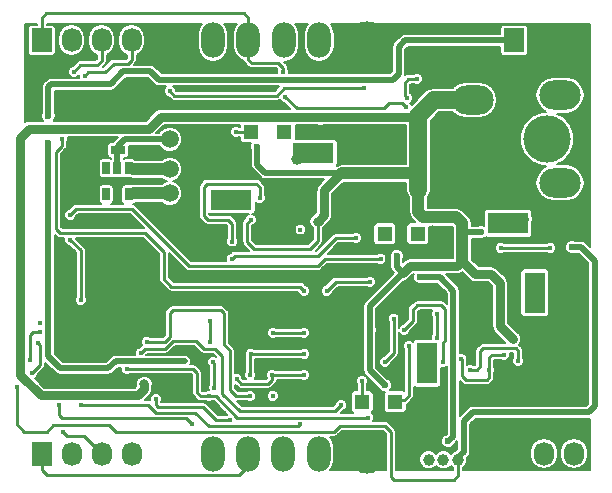
<source format=gbl>
G04 #@! TF.FileFunction,Copper,L2,Bot,Signal*
%FSLAX46Y46*%
G04 Gerber Fmt 4.6, Leading zero omitted, Abs format (unit mm)*
G04 Created by KiCad (PCBNEW 4.0.2+dfsg1-stable) date lör 18 feb 2017 00:44:11*
%MOMM*%
G01*
G04 APERTURE LIST*
%ADD10C,0.100000*%
%ADD11C,0.400000*%
%ADD12C,0.600000*%
%ADD13R,1.200000X0.750000*%
%ADD14R,0.650000X1.060000*%
%ADD15O,3.500000X2.500000*%
%ADD16O,2.500000X3.500000*%
%ADD17C,4.000000*%
%ADD18R,1.727200X2.032000*%
%ADD19O,1.727200X2.032000*%
%ADD20C,1.000000*%
%ADD21R,1.800860X3.500120*%
%ADD22R,3.500120X1.800860*%
%ADD23O,2.000000X3.000000*%
%ADD24C,1.501140*%
%ADD25C,2.999740*%
%ADD26C,3.000000*%
%ADD27R,1.300000X1.300000*%
%ADD28C,0.800000*%
%ADD29C,0.500000*%
%ADD30C,0.750000*%
%ADD31C,0.250000*%
%ADD32C,1.500000*%
%ADD33C,1.000000*%
%ADD34C,0.200000*%
G04 APERTURE END LIST*
D10*
D11*
X178435000Y-107188000D03*
X157988000Y-100584000D03*
X154432000Y-99568000D03*
X148209000Y-97917000D03*
X140716000Y-97028000D03*
X161036000Y-121412000D03*
X142240000Y-97028000D03*
X138938000Y-99568000D03*
D12*
X144780000Y-117348000D03*
X144780000Y-116459000D03*
X143891000Y-116459000D03*
X143891000Y-117348000D03*
D11*
X172974000Y-121158000D03*
X165100000Y-108458000D03*
X162433000Y-115697000D03*
X157988000Y-89662000D03*
X162306000Y-109982000D03*
X177546000Y-111760000D03*
X141732000Y-101854000D03*
X164846000Y-112522000D03*
X160020000Y-89662000D03*
X137414000Y-93726000D03*
X146050000Y-114808000D03*
X147066000Y-92964000D03*
X170942000Y-121158000D03*
X131826000Y-93726000D03*
X144018000Y-113792000D03*
X157988000Y-102108000D03*
X167132000Y-90678000D03*
X173736000Y-111760000D03*
X137668000Y-114046000D03*
X157988000Y-121412000D03*
X152019000Y-99949000D03*
X176276000Y-121158000D03*
X147904200Y-119100600D03*
X175006000Y-111760000D03*
X171704000Y-118110000D03*
X175006000Y-115824000D03*
X162560000Y-95250000D03*
X137668000Y-107188000D03*
X137668000Y-105410000D03*
X145542000Y-114046000D03*
X155702000Y-118364000D03*
X146812000Y-109474000D03*
X165862000Y-90678000D03*
X134874000Y-110236000D03*
X173482000Y-118110000D03*
X149352000Y-109474000D03*
X134874000Y-97028000D03*
X131826000Y-92456000D03*
X161544000Y-100330000D03*
X137414000Y-92456000D03*
X137668000Y-111506000D03*
X178435000Y-108331000D03*
X166370000Y-104902000D03*
X149529800Y-118389400D03*
X158750000Y-115062000D03*
X160020000Y-102108000D03*
X175006000Y-113792000D03*
X157988000Y-122682000D03*
X175006000Y-118110000D03*
X145542000Y-90170000D03*
X137668000Y-112776000D03*
X166370000Y-119380000D03*
X155194000Y-101346000D03*
D12*
X152501600Y-104165400D03*
D13*
X138973600Y-96774000D03*
X137073600Y-96774000D03*
D14*
X139862600Y-100541000D03*
X138912600Y-100541000D03*
X137962600Y-100541000D03*
X137962600Y-98341000D03*
X139862600Y-98341000D03*
X138912600Y-98341000D03*
D15*
X176396000Y-92159600D03*
X176396000Y-99559600D03*
X168996000Y-99159600D03*
D16*
X171196000Y-95859600D03*
D15*
X168996000Y-92559600D03*
D17*
X175296000Y-95859600D03*
D18*
X172500000Y-87500000D03*
D19*
X175040000Y-87500000D03*
X177580000Y-87500000D03*
D18*
X172500000Y-122500000D03*
D19*
X175040000Y-122500000D03*
X177580000Y-122500000D03*
D20*
X167750000Y-123000000D03*
X166500000Y-123000000D03*
X164000000Y-123000000D03*
X165250000Y-123000000D03*
D18*
X132500000Y-122500000D03*
D19*
X135040000Y-122500000D03*
X137580000Y-122500000D03*
X140120000Y-122500000D03*
D18*
X132500000Y-87500000D03*
D19*
X135040000Y-87500000D03*
X137580000Y-87500000D03*
X140120000Y-87500000D03*
D21*
X174244000Y-108879640D03*
X174244000Y-113878360D03*
D22*
X155488640Y-97078800D03*
X160487360Y-97078800D03*
D21*
X165100000Y-114848640D03*
X165100000Y-119847360D03*
D23*
X146989800Y-122504200D03*
X149946400Y-122500000D03*
X155946400Y-122500000D03*
X152933400Y-122504200D03*
X147000000Y-87500000D03*
X150000000Y-87500000D03*
X156000000Y-87500000D03*
X153000000Y-87500000D03*
D22*
X148554440Y-100990400D03*
X153553160Y-100990400D03*
D24*
X143359720Y-102997860D03*
X143359720Y-100457860D03*
X143359720Y-98425860D03*
X143359720Y-95885860D03*
D25*
X140692720Y-106045860D03*
X140692720Y-92329860D03*
D22*
X171973240Y-102997000D03*
X176971960Y-102997000D03*
D11*
X137668000Y-116078000D03*
X158750000Y-113792000D03*
X178308000Y-116332000D03*
X137668000Y-110236000D03*
X164592000Y-121158000D03*
X178308000Y-114808000D03*
X161036000Y-105156000D03*
X174752000Y-119735600D03*
X176276000Y-120142000D03*
X172974000Y-119735600D03*
X170992800Y-119735600D03*
X155194000Y-89662000D03*
X175514000Y-105918000D03*
X174498000Y-103505000D03*
X174498000Y-101600000D03*
X176784000Y-101600000D03*
X136652000Y-97028000D03*
X136652000Y-99568000D03*
X150876000Y-104140000D03*
X154559000Y-104521000D03*
X138430000Y-116713000D03*
X138912600Y-115646200D03*
X147828000Y-95504000D03*
X154686000Y-95504000D03*
X155829000Y-95504000D03*
X156972000Y-95504000D03*
X146812000Y-96266000D03*
X146812000Y-94996000D03*
X148844000Y-90170000D03*
X155194000Y-100584000D03*
X178562000Y-103886000D03*
X178562000Y-101600000D03*
X171704000Y-101600000D03*
X134874000Y-93726000D03*
X134874000Y-92456000D03*
X139446000Y-102616000D03*
X136652000Y-102616000D03*
X134366000Y-105410000D03*
X134366000Y-107188000D03*
X144399000Y-104775000D03*
X144399000Y-103505000D03*
X144399000Y-102235000D03*
X160401000Y-95250000D03*
X146812000Y-97917000D03*
X157988000Y-109474000D03*
X157988000Y-110617000D03*
X155702000Y-109601000D03*
X152908000Y-109601000D03*
X154686000Y-111379000D03*
X158115000Y-112141000D03*
X156972000Y-113792000D03*
X156972000Y-115062000D03*
X157226000Y-116586000D03*
X154305000Y-116713000D03*
X178308000Y-117856000D03*
X178562000Y-120142000D03*
X178562000Y-121158000D03*
X157988000Y-105105200D03*
X159004000Y-106883200D03*
X134874000Y-98298000D03*
X160020000Y-100330000D03*
X136652000Y-100838000D03*
X134874000Y-99568000D03*
X162560000Y-102362000D03*
D12*
X152019000Y-101981000D03*
X152908000Y-101981000D03*
X152908000Y-102870000D03*
X152019000Y-102870000D03*
D11*
X142087600Y-115900200D03*
X141554200Y-117805200D03*
X143687800Y-109067600D03*
X143560800Y-106426000D03*
X144068800Y-106807000D03*
X155702000Y-107823000D03*
X134874000Y-100838000D03*
X136652000Y-98298000D03*
X158750000Y-116586000D03*
X172974000Y-105918000D03*
X170180000Y-105918000D03*
X169164000Y-108585000D03*
X170053000Y-112014000D03*
X167513000Y-107569000D03*
X159258000Y-95250000D03*
X149479000Y-97917000D03*
X146558000Y-105410000D03*
X146558000Y-106045000D03*
X152019000Y-107772200D03*
X147066000Y-91567000D03*
X144399000Y-91567000D03*
X144399000Y-99441000D03*
X160020000Y-104140000D03*
X176022000Y-107188000D03*
X146507200Y-116713000D03*
X143687800Y-109728000D03*
X153670000Y-89662000D03*
X164084000Y-119380000D03*
X164084000Y-118364000D03*
X163068000Y-121158000D03*
X166370000Y-118364000D03*
D26*
X160020000Y-87376000D03*
X160020000Y-122682000D03*
D27*
X153038000Y-95250000D03*
X150238000Y-95250000D03*
X162436000Y-118110000D03*
X159636000Y-118110000D03*
X161541000Y-103886000D03*
X164341000Y-103886000D03*
D11*
X160782000Y-115951000D03*
D12*
X161544000Y-116713000D03*
X150749000Y-96520000D03*
X169672000Y-103759000D03*
X160274000Y-112014000D03*
X162560000Y-105791000D03*
X150876000Y-93980000D03*
D28*
X141196100Y-116586000D03*
D11*
X156118600Y-94234000D03*
D28*
X172374600Y-112801400D03*
D11*
X150190200Y-102692200D03*
D28*
X155869600Y-102870000D03*
X173906000Y-108966000D03*
D11*
X154406600Y-103530400D03*
D28*
X147886600Y-101092000D03*
D11*
X144602200Y-114681000D03*
D12*
X133070600Y-93903800D03*
X133070600Y-96189800D03*
D11*
X148996400Y-116179600D03*
X154726600Y-115824000D03*
X152019000Y-115824000D03*
X150164800Y-115824000D03*
X150180000Y-114046000D03*
X154736800Y-114046000D03*
X136144000Y-90500200D03*
X153111200Y-92278200D03*
X163372800Y-93192600D03*
X152908000Y-90195400D03*
X156626600Y-108712000D03*
X160274000Y-107950000D03*
X134213600Y-95834200D03*
X154726600Y-108712000D03*
X135229600Y-90170000D03*
X132384800Y-112191800D03*
X130403600Y-116890800D03*
X131521200Y-114554000D03*
D12*
X177419000Y-105029000D03*
D11*
X170408600Y-118999000D03*
D12*
X166928800Y-121462800D03*
X164566600Y-107569000D03*
D11*
X148590000Y-105994200D03*
X159131000Y-104267000D03*
X150139400Y-117652800D03*
X141386600Y-113030000D03*
X164287200Y-90754200D03*
X163449000Y-92405200D03*
X164576760Y-103571000D03*
X161798000Y-103632000D03*
X150241000Y-95250000D03*
X148971000Y-95250000D03*
X153038000Y-95250000D03*
X161559240Y-114747000D03*
X162290760Y-111064000D03*
X159639000Y-116332000D03*
X163576000Y-113411000D03*
X162113000Y-117983000D03*
D28*
X173372600Y-102616000D03*
D20*
X154094000Y-97536000D03*
D28*
X165016000Y-116078000D03*
D11*
X132181600Y-113106200D03*
X131699000Y-115671600D03*
X132384800Y-111455200D03*
X134340600Y-120650000D03*
X146720600Y-111252000D03*
X146735800Y-113080800D03*
X147116800Y-116941600D03*
X147015200Y-114731800D03*
D28*
X139296100Y-116586000D03*
X168351200Y-113487200D03*
X170474600Y-112801400D03*
D11*
X156626600Y-112268000D03*
X156626600Y-106934000D03*
D28*
X154127200Y-100965000D03*
X169240200Y-109931200D03*
D11*
X148640800Y-104546400D03*
X150952200Y-100838000D03*
X165989000Y-112674400D03*
X165963600Y-110678000D03*
X133934200Y-118389400D03*
X145211800Y-119964200D03*
X175564800Y-105079800D03*
X134924800Y-104394000D03*
X134924800Y-102285800D03*
X135798600Y-109474000D03*
X171348400Y-105079800D03*
X161188400Y-105994200D03*
X163195000Y-112039400D03*
X166446200Y-114731800D03*
X172847000Y-114655600D03*
X168757600Y-115392200D03*
X159806600Y-91541600D03*
X143332200Y-91821000D03*
X135824000Y-118364000D03*
X154381200Y-119989600D03*
X152054600Y-117602000D03*
X157861000Y-118414800D03*
X140868400Y-114020600D03*
X168021000Y-114452400D03*
X171653200Y-114122200D03*
X170408600Y-115443000D03*
X148437600Y-119659400D03*
X142163800Y-117881400D03*
X160147000Y-119443500D03*
X139700000Y-115366800D03*
X146659600Y-117652800D03*
X152080000Y-112268000D03*
X154686000Y-112268000D03*
D29*
X160274000Y-112014000D02*
X160274000Y-115443000D01*
X160274000Y-115443000D02*
X160782000Y-115951000D01*
X160782000Y-115951000D02*
X161544000Y-116713000D01*
X157810200Y-98729800D02*
X151434800Y-98729800D01*
D30*
X157861000Y-98780600D02*
X157810200Y-98729800D01*
D29*
X150749000Y-98044000D02*
X150749000Y-96520000D01*
X151434800Y-98729800D02*
X150749000Y-98044000D01*
X168122600Y-103759000D02*
X169672000Y-103759000D01*
X160274000Y-112014000D02*
X160274000Y-110032800D01*
X160274000Y-110032800D02*
X163068000Y-107238800D01*
X162560000Y-105791000D02*
X162560000Y-106680000D01*
X162560000Y-106680000D02*
X163068000Y-107188000D01*
X163068000Y-107188000D02*
X163068000Y-107238800D01*
D30*
X141196100Y-116586000D02*
X141196100Y-117031498D01*
X132410200Y-117576600D02*
X130657600Y-115824000D01*
X140650998Y-117576600D02*
X132410200Y-117576600D01*
X141196100Y-117031498D02*
X140650998Y-117576600D01*
D31*
X156108400Y-93980000D02*
X156108400Y-94223800D01*
X156108400Y-94223800D02*
X156118600Y-94234000D01*
D30*
X164312600Y-93980000D02*
X164388800Y-93903800D01*
X151358600Y-93980000D02*
X156108400Y-93980000D01*
X156108400Y-93980000D02*
X164312600Y-93980000D01*
X172374600Y-112801400D02*
X171297600Y-111724400D01*
X171297600Y-108051600D02*
X171297600Y-111724400D01*
X170561000Y-107315000D02*
X171297600Y-108051600D01*
X169214800Y-107315000D02*
X170561000Y-107315000D01*
D31*
X155869600Y-104531200D02*
X155869600Y-102870000D01*
X155244800Y-105156000D02*
X155869600Y-104531200D01*
X150469600Y-105156000D02*
X155244800Y-105156000D01*
X149910800Y-104597200D02*
X150469600Y-105156000D01*
X149910800Y-102971600D02*
X149910800Y-104597200D01*
X150190200Y-102692200D02*
X149910800Y-102971600D01*
D30*
X164388800Y-93903800D02*
X164465000Y-93903800D01*
X164465000Y-93903800D02*
X164871400Y-93497400D01*
X164871400Y-93497400D02*
X164871400Y-93421200D01*
X155869600Y-102870000D02*
X156438600Y-102301000D01*
D32*
X164388800Y-98780600D02*
X164388800Y-93903800D01*
X165733000Y-92559600D02*
X164871400Y-93421200D01*
X164871400Y-93421200D02*
X164388800Y-93903800D01*
X168996000Y-92559600D02*
X165733000Y-92559600D01*
D30*
X156438600Y-102301000D02*
X156438600Y-100203000D01*
X168122600Y-106222800D02*
X169214800Y-107315000D01*
X151358600Y-93980000D02*
X150876000Y-93980000D01*
X150876000Y-93980000D02*
X142595600Y-93980000D01*
X141579600Y-94996000D02*
X142595600Y-93980000D01*
X131419600Y-94996000D02*
X141579600Y-94996000D01*
X130657600Y-95758000D02*
X131419600Y-94996000D01*
X130657600Y-115824000D02*
X130657600Y-95758000D01*
D31*
X151358600Y-93980000D02*
X151358600Y-94005400D01*
X151358600Y-94005400D02*
X151358600Y-93980000D01*
D30*
X167640000Y-106629200D02*
X168122600Y-106146600D01*
X163068000Y-107238800D02*
X163677600Y-106629200D01*
X163677600Y-106629200D02*
X167640000Y-106629200D01*
X168122600Y-106146600D02*
X168122600Y-106222800D01*
D33*
X168122600Y-106146600D02*
X168122600Y-103759000D01*
X168122600Y-103759000D02*
X168122600Y-102997000D01*
X168122600Y-102997000D02*
X167614600Y-102489000D01*
X167614600Y-102489000D02*
X165709600Y-102489000D01*
D30*
X165709600Y-102489000D02*
X165430200Y-102489000D01*
D33*
X165430200Y-102489000D02*
X164820600Y-102489000D01*
D31*
X160502600Y-98780600D02*
X160502600Y-98882200D01*
X160502600Y-98882200D02*
X160502600Y-98780600D01*
D33*
X164388800Y-98780600D02*
X160502600Y-98780600D01*
D32*
X164388800Y-100152200D02*
X164388800Y-98780600D01*
D30*
X156438600Y-100203000D02*
X157861000Y-98780600D01*
D33*
X160502600Y-98780600D02*
X157962600Y-98780600D01*
X164388800Y-102057200D02*
X164388800Y-100152200D01*
D30*
X157962600Y-98831400D02*
X157962600Y-98780600D01*
X157861000Y-98780600D02*
X157911800Y-98780600D01*
X157911800Y-98780600D02*
X157962600Y-98831400D01*
D33*
X164820600Y-102489000D02*
X164388800Y-102057200D01*
D30*
X173906000Y-108966000D02*
X173992360Y-108879640D01*
X173992360Y-108879640D02*
X174244000Y-108879640D01*
D29*
X138973600Y-96774000D02*
X138973600Y-96459000D01*
X138973600Y-96459000D02*
X139546740Y-95885860D01*
X139546740Y-95885860D02*
X143359720Y-95885860D01*
X138912600Y-98341000D02*
X138912600Y-96835000D01*
X138912600Y-96835000D02*
X138973600Y-96774000D01*
X144602200Y-114681000D02*
X138760200Y-114681000D01*
X138760200Y-114681000D02*
X138150600Y-115290600D01*
X133070600Y-114274600D02*
X134086600Y-115290600D01*
X134086600Y-115290600D02*
X138150600Y-115290600D01*
X163299600Y-87500000D02*
X162737800Y-88061800D01*
X162737800Y-88061800D02*
X162737800Y-90347800D01*
X162737800Y-90347800D02*
X162229800Y-90855800D01*
X162229800Y-90855800D02*
X142417800Y-90855800D01*
X142417800Y-90855800D02*
X141706600Y-90144600D01*
X141706600Y-90144600D02*
X139420600Y-90144600D01*
X139420600Y-90144600D02*
X138328400Y-91236800D01*
X138328400Y-91236800D02*
X133299200Y-91236800D01*
X133299200Y-91236800D02*
X133070600Y-91465400D01*
X133070600Y-91465400D02*
X133070600Y-93903800D01*
X133070600Y-96189800D02*
X133070600Y-114274600D01*
X172500000Y-87500000D02*
X163299600Y-87500000D01*
D31*
X152019000Y-116255800D02*
X152019000Y-115824000D01*
X151688800Y-116586000D02*
X152019000Y-116255800D01*
X149402800Y-116586000D02*
X151688800Y-116586000D01*
X148996400Y-116179600D02*
X149402800Y-116586000D01*
X152019000Y-115824000D02*
X154726600Y-115824000D01*
X150180000Y-114046000D02*
X154736800Y-114046000D01*
X150164800Y-114061200D02*
X150180000Y-114046000D01*
X150164800Y-114061200D02*
X150164800Y-115824000D01*
X136144000Y-90500200D02*
X136423400Y-90220800D01*
X136423400Y-90220800D02*
X137871200Y-90220800D01*
X137871200Y-90220800D02*
X138607800Y-89484200D01*
X138607800Y-89484200D02*
X139801600Y-89484200D01*
X139801600Y-89484200D02*
X140120000Y-89165800D01*
X140120000Y-89165800D02*
X140120000Y-87500000D01*
X153111200Y-92278200D02*
X154101800Y-93268800D01*
X161467800Y-93268800D02*
X154101800Y-93268800D01*
X162991800Y-92811600D02*
X161925000Y-92811600D01*
X163372800Y-93192600D02*
X162991800Y-92811600D01*
X161925000Y-92811600D02*
X161467800Y-93268800D01*
X150000000Y-89167000D02*
X150266400Y-89433400D01*
X150266400Y-89433400D02*
X152527000Y-89433400D01*
X152527000Y-89433400D02*
X152933400Y-89839800D01*
X152933400Y-89839800D02*
X152933400Y-90170000D01*
X152933400Y-90170000D02*
X152908000Y-90195400D01*
X150000000Y-87500000D02*
X150000000Y-89167000D01*
X150000000Y-87500000D02*
X150593600Y-87500000D01*
X132500000Y-87500000D02*
X132500000Y-85584400D01*
X150000000Y-85585600D02*
X150000000Y-87500000D01*
X149631400Y-85217000D02*
X150000000Y-85585600D01*
X132867400Y-85217000D02*
X149631400Y-85217000D01*
X132500000Y-85584400D02*
X132867400Y-85217000D01*
X157388600Y-107950000D02*
X160274000Y-107950000D01*
X157388600Y-107950000D02*
X156626600Y-108712000D01*
X134086600Y-103860600D02*
X133705600Y-103479600D01*
X133705600Y-103479600D02*
X133705600Y-96951800D01*
X133705600Y-96951800D02*
X134213600Y-96443800D01*
X134213600Y-96443800D02*
X134213600Y-95834200D01*
X141224000Y-103860600D02*
X134086600Y-103860600D01*
X142824200Y-105460800D02*
X141224000Y-103860600D01*
X142824200Y-107696000D02*
X142824200Y-105460800D01*
X143484600Y-108356400D02*
X142824200Y-107696000D01*
X154371000Y-108356400D02*
X143484600Y-108356400D01*
X154726600Y-108712000D02*
X154371000Y-108356400D01*
X137580000Y-89267400D02*
X137580000Y-87500000D01*
X137210800Y-89636600D02*
X137580000Y-89267400D01*
X135763000Y-89636600D02*
X137210800Y-89636600D01*
X135229600Y-90170000D02*
X135763000Y-89636600D01*
D29*
X167750000Y-123000000D02*
X167750000Y-122826000D01*
X167750000Y-122826000D02*
X168249600Y-122326400D01*
X169011600Y-118999000D02*
X168249600Y-119761000D01*
X169011600Y-118999000D02*
X170408600Y-118999000D01*
X168249600Y-121462800D02*
X168249600Y-119761000D01*
X168249600Y-122326400D02*
X168249600Y-121462800D01*
D31*
X157734000Y-120142000D02*
X161544000Y-120142000D01*
X131521200Y-112420400D02*
X131749800Y-112191800D01*
X131749800Y-112191800D02*
X132384800Y-112191800D01*
X131521200Y-112420400D02*
X131521200Y-114554000D01*
X132918200Y-120650000D02*
X133477000Y-120091200D01*
X133477000Y-120091200D02*
X138201400Y-120091200D01*
X138201400Y-120091200D02*
X138760200Y-120650000D01*
X130403600Y-116890800D02*
X130403600Y-120015000D01*
X130403600Y-120015000D02*
X131038600Y-120650000D01*
X131038600Y-120650000D02*
X132918200Y-120650000D01*
X157226000Y-120650000D02*
X157734000Y-120142000D01*
X138760200Y-120650000D02*
X157226000Y-120650000D01*
X167750000Y-124350000D02*
X167750000Y-123000000D01*
X167386000Y-124714000D02*
X167750000Y-124350000D01*
X162306000Y-124714000D02*
X167386000Y-124714000D01*
X162052000Y-124460000D02*
X162306000Y-124714000D01*
X162052000Y-120650000D02*
X162052000Y-124460000D01*
X161544000Y-120142000D02*
X162052000Y-120650000D01*
D29*
X177419000Y-105029000D02*
X178181000Y-105029000D01*
X176784000Y-118999000D02*
X170408600Y-118999000D01*
X178816000Y-118999000D02*
X176784000Y-118999000D01*
X179324000Y-118491000D02*
X178816000Y-118999000D01*
X179324000Y-106172000D02*
X179324000Y-118491000D01*
X178181000Y-105029000D02*
X179324000Y-106172000D01*
X166928800Y-121462800D02*
X167335200Y-121056400D01*
X167335200Y-121056400D02*
X167335200Y-120650000D01*
X167335200Y-120650000D02*
X167335200Y-108712000D01*
X167335200Y-108712000D02*
X166192200Y-107569000D01*
X166192200Y-107569000D02*
X164566600Y-107569000D01*
D31*
X148844000Y-105740200D02*
X155930600Y-105740200D01*
X148590000Y-105994200D02*
X148844000Y-105740200D01*
X157403800Y-104267000D02*
X159131000Y-104267000D01*
X155930600Y-105740200D02*
X157403800Y-104267000D01*
X150139400Y-117652800D02*
X148971000Y-117652800D01*
X142925800Y-113030000D02*
X141386600Y-113030000D01*
X143332200Y-112623600D02*
X142925800Y-113030000D01*
X143332200Y-110617000D02*
X143332200Y-112623600D01*
X143586200Y-110363000D02*
X143332200Y-110617000D01*
X147675600Y-110363000D02*
X143586200Y-110363000D01*
X147929600Y-110617000D02*
X147675600Y-110363000D01*
X147929600Y-113284000D02*
X147929600Y-110617000D01*
X148412200Y-113766600D02*
X147929600Y-113284000D01*
X148412200Y-117094000D02*
X148412200Y-113766600D01*
X148971000Y-117652800D02*
X148412200Y-117094000D01*
X163550600Y-90754200D02*
X164287200Y-90754200D01*
X163220400Y-91084400D02*
X163550600Y-90754200D01*
X163220400Y-92176600D02*
X163220400Y-91084400D01*
X163449000Y-92405200D02*
X163220400Y-92176600D01*
X161798000Y-103632000D02*
X161544000Y-103886000D01*
X161544000Y-103886000D02*
X161541000Y-103886000D01*
X150241000Y-95250000D02*
X150238000Y-95250000D01*
X150238000Y-95250000D02*
X148971000Y-95250000D01*
X162306000Y-111079240D02*
X162290760Y-111064000D01*
X159636000Y-116335000D02*
X159639000Y-116332000D01*
X159636000Y-116335000D02*
X159636000Y-118110000D01*
X162290760Y-114015480D02*
X162290760Y-111064000D01*
X161559240Y-114747000D02*
X162290760Y-114015480D01*
X162113000Y-117983000D02*
X163195000Y-117983000D01*
X163195000Y-117983000D02*
X163576000Y-117602000D01*
X163576000Y-117602000D02*
X163576000Y-113411000D01*
D30*
X173372600Y-102616000D02*
X172991600Y-102997000D01*
X172991600Y-102997000D02*
X171973240Y-102997000D01*
X165016000Y-116078000D02*
X165100000Y-115994000D01*
X165100000Y-115994000D02*
X165100000Y-114848640D01*
X165016000Y-116078000D02*
X165100000Y-115994000D01*
X165100000Y-115994000D02*
X165100000Y-114848640D01*
D31*
X132181600Y-113106200D02*
X132384800Y-113309400D01*
X132384800Y-113309400D02*
X132384800Y-114985800D01*
X132384800Y-114985800D02*
X131699000Y-115671600D01*
X149946400Y-122500000D02*
X149946400Y-123560800D01*
X149946400Y-123560800D02*
X149174200Y-124333000D01*
X132500000Y-123914800D02*
X132500000Y-122500000D01*
X132918200Y-124333000D02*
X132500000Y-123914800D01*
X149174200Y-124333000D02*
X132918200Y-124333000D01*
X136060200Y-120980200D02*
X137580000Y-122500000D01*
X134670800Y-120980200D02*
X136060200Y-120980200D01*
X134340600Y-120650000D02*
X134670800Y-120980200D01*
X146720600Y-111252000D02*
X146720600Y-113065600D01*
X146720600Y-113065600D02*
X146735800Y-113080800D01*
X147116800Y-114833400D02*
X147116800Y-116941600D01*
X147015200Y-114731800D02*
X147116800Y-114833400D01*
D29*
X143916400Y-113868200D02*
X145084800Y-113868200D01*
X145084800Y-113868200D02*
X145923000Y-114706400D01*
D30*
X139296100Y-116586000D02*
X139293600Y-116586000D01*
X170474600Y-112801400D02*
X170535600Y-112801400D01*
D31*
X156626600Y-112268000D02*
X156616400Y-112268000D01*
X156626600Y-106934000D02*
X156616400Y-106934000D01*
X155143200Y-101219000D02*
X154889200Y-100965000D01*
X154889200Y-100965000D02*
X154127200Y-100965000D01*
X150952200Y-99949000D02*
X150952200Y-100838000D01*
X150672800Y-99669600D02*
X150952200Y-99949000D01*
X146481800Y-99669600D02*
X150672800Y-99669600D01*
X146253200Y-99898200D02*
X146481800Y-99669600D01*
X146253200Y-102387400D02*
X146253200Y-99898200D01*
X146558000Y-102692200D02*
X146253200Y-102387400D01*
X148285200Y-102692200D02*
X146558000Y-102692200D01*
X148640800Y-103047800D02*
X148285200Y-102692200D01*
X148640800Y-104546400D02*
X148640800Y-103047800D01*
X165989000Y-112674400D02*
X165989000Y-110703400D01*
X165989000Y-110703400D02*
X165963600Y-110678000D01*
X133934200Y-119227600D02*
X133934200Y-118389400D01*
X134213600Y-119507000D02*
X133934200Y-119227600D01*
X144272000Y-119507000D02*
X134213600Y-119507000D01*
X144754600Y-119507000D02*
X144272000Y-119507000D01*
X145211800Y-119964200D02*
X144754600Y-119507000D01*
X143941800Y-105587800D02*
X144957800Y-106603800D01*
X135798600Y-105267800D02*
X134924800Y-104394000D01*
X134924800Y-102285800D02*
X135432800Y-101777800D01*
X135432800Y-101777800D02*
X140131800Y-101777800D01*
X140131800Y-101777800D02*
X143941800Y-105587800D01*
X135798600Y-105267800D02*
X135798600Y-109474000D01*
X171348400Y-105079800D02*
X175564800Y-105079800D01*
X156489400Y-105994200D02*
X161188400Y-105994200D01*
X155879800Y-106603800D02*
X156489400Y-105994200D01*
X144957800Y-106603800D02*
X155879800Y-106603800D01*
X166446200Y-114731800D02*
X166446200Y-113115398D01*
X163195000Y-112039400D02*
X163931600Y-111302800D01*
X163931600Y-111302800D02*
X163931600Y-110312200D01*
X163931600Y-110312200D02*
X164312600Y-109931200D01*
X164312600Y-109931200D02*
X166302998Y-109931200D01*
X166302998Y-109931200D02*
X166658598Y-110286800D01*
X166658598Y-112903000D02*
X166658598Y-110286800D01*
X166446200Y-113115398D02*
X166658598Y-112903000D01*
X172618400Y-113563400D02*
X169875200Y-113563400D01*
X172847000Y-114655600D02*
X172847000Y-113792000D01*
X172847000Y-113792000D02*
X172618400Y-113563400D01*
X169341800Y-115392200D02*
X168757600Y-115392200D01*
X169646600Y-115087400D02*
X169341800Y-115392200D01*
X169646600Y-113792000D02*
X169646600Y-115087400D01*
X169875200Y-113563400D02*
X169646600Y-113792000D01*
X152400000Y-92202000D02*
X153035000Y-91567000D01*
X143713200Y-92202000D02*
X152400000Y-92202000D01*
X159781200Y-91567000D02*
X153035000Y-91567000D01*
X159781200Y-91567000D02*
X159806600Y-91541600D01*
X143332200Y-91821000D02*
X143713200Y-92202000D01*
X150723600Y-120199998D02*
X154170802Y-120199998D01*
X141503400Y-118364000D02*
X142182002Y-119042602D01*
X142182002Y-119042602D02*
X145509402Y-119042602D01*
X145509402Y-119042602D02*
X146666798Y-120199998D01*
X146666798Y-120199998D02*
X150723600Y-120199998D01*
X135824000Y-118364000D02*
X141503400Y-118364000D01*
X154170802Y-120199998D02*
X154381200Y-119989600D01*
X139862600Y-100541000D02*
X140201920Y-100541000D01*
X140201920Y-100541000D02*
X140285060Y-100457860D01*
D33*
X143359720Y-100457860D02*
X140285060Y-100457860D01*
D31*
X139862600Y-98341000D02*
X140149400Y-98341000D01*
X140149400Y-98341000D02*
X140234260Y-98425860D01*
D33*
X143359720Y-98425860D02*
X140234260Y-98425860D01*
D31*
X141274800Y-113614200D02*
X142977998Y-113614200D01*
X157861000Y-118414800D02*
X157353000Y-118922800D01*
X157353000Y-118922800D02*
X149275800Y-118922800D01*
X147802600Y-117449600D02*
X149275800Y-118922800D01*
X147193000Y-113614200D02*
X147802600Y-114223800D01*
X140868400Y-114020600D02*
X141274800Y-113614200D01*
X147802600Y-114223800D02*
X147802600Y-117449600D01*
X168021000Y-114452400D02*
X168071800Y-114503200D01*
X168071800Y-114503200D02*
X168071800Y-115925600D01*
X168071800Y-115925600D02*
X168402000Y-116255800D01*
X168402000Y-116255800D02*
X170205400Y-116255800D01*
X170205400Y-116255800D02*
X170408600Y-116052600D01*
X170408600Y-116052600D02*
X170408600Y-115443000D01*
X146202400Y-113614200D02*
X147193000Y-113614200D01*
X145567400Y-112979200D02*
X146202400Y-113614200D01*
X143612998Y-112979200D02*
X145567400Y-112979200D01*
X142977998Y-113614200D02*
X143612998Y-112979200D01*
X170408600Y-114350800D02*
X170408600Y-115443000D01*
X171653200Y-114122200D02*
X170637200Y-114122200D01*
X170637200Y-114122200D02*
X170408600Y-114350800D01*
X147802600Y-119659400D02*
X147269200Y-119659400D01*
X148437600Y-119659400D02*
X147802600Y-119659400D01*
X146177000Y-118567200D02*
X142367000Y-118567200D01*
X147269200Y-119659400D02*
X146177000Y-118567200D01*
X142163800Y-117881400D02*
X142163800Y-118364000D01*
X142163800Y-118364000D02*
X142367000Y-118567200D01*
X149072600Y-119456200D02*
X160134300Y-119456200D01*
X149072600Y-119456200D02*
X147269200Y-117652800D01*
X146659600Y-117652800D02*
X147269200Y-117652800D01*
X160134300Y-119456200D02*
X160147000Y-119443500D01*
X139700000Y-115366800D02*
X145338800Y-115366800D01*
X145973800Y-117652800D02*
X145669000Y-117348000D01*
X145669000Y-117348000D02*
X145669000Y-115697000D01*
X145973800Y-117652800D02*
X146659600Y-117652800D01*
X145338800Y-115366800D02*
X145669000Y-115697000D01*
X152080000Y-112268000D02*
X154686000Y-112268000D01*
D34*
G36*
X178900000Y-123900000D02*
X168175000Y-123900000D01*
X168175000Y-123689996D01*
X168202572Y-123678603D01*
X168427812Y-123453755D01*
X168549861Y-123159828D01*
X168550139Y-122841568D01*
X168539061Y-122814757D01*
X168638509Y-122715309D01*
X168757734Y-122536876D01*
X168799600Y-122326400D01*
X168799600Y-122321818D01*
X173876400Y-122321818D01*
X173876400Y-122678182D01*
X173964974Y-123123472D01*
X174217211Y-123500971D01*
X174594710Y-123753208D01*
X175040000Y-123841782D01*
X175485290Y-123753208D01*
X175862789Y-123500971D01*
X176115026Y-123123472D01*
X176203600Y-122678182D01*
X176203600Y-122321818D01*
X176416400Y-122321818D01*
X176416400Y-122678182D01*
X176504974Y-123123472D01*
X176757211Y-123500971D01*
X177134710Y-123753208D01*
X177580000Y-123841782D01*
X178025290Y-123753208D01*
X178402789Y-123500971D01*
X178655026Y-123123472D01*
X178743600Y-122678182D01*
X178743600Y-122321818D01*
X178655026Y-121876528D01*
X178402789Y-121499029D01*
X178025290Y-121246792D01*
X177580000Y-121158218D01*
X177134710Y-121246792D01*
X176757211Y-121499029D01*
X176504974Y-121876528D01*
X176416400Y-122321818D01*
X176203600Y-122321818D01*
X176115026Y-121876528D01*
X175862789Y-121499029D01*
X175485290Y-121246792D01*
X175040000Y-121158218D01*
X174594710Y-121246792D01*
X174217211Y-121499029D01*
X173964974Y-121876528D01*
X173876400Y-122321818D01*
X168799600Y-122321818D01*
X168799600Y-119988818D01*
X169239418Y-119549000D01*
X178816000Y-119549000D01*
X178900000Y-119532291D01*
X178900000Y-123900000D01*
X178900000Y-123900000D01*
G37*
X178900000Y-123900000D02*
X168175000Y-123900000D01*
X168175000Y-123689996D01*
X168202572Y-123678603D01*
X168427812Y-123453755D01*
X168549861Y-123159828D01*
X168550139Y-122841568D01*
X168539061Y-122814757D01*
X168638509Y-122715309D01*
X168757734Y-122536876D01*
X168799600Y-122326400D01*
X168799600Y-122321818D01*
X173876400Y-122321818D01*
X173876400Y-122678182D01*
X173964974Y-123123472D01*
X174217211Y-123500971D01*
X174594710Y-123753208D01*
X175040000Y-123841782D01*
X175485290Y-123753208D01*
X175862789Y-123500971D01*
X176115026Y-123123472D01*
X176203600Y-122678182D01*
X176203600Y-122321818D01*
X176416400Y-122321818D01*
X176416400Y-122678182D01*
X176504974Y-123123472D01*
X176757211Y-123500971D01*
X177134710Y-123753208D01*
X177580000Y-123841782D01*
X178025290Y-123753208D01*
X178402789Y-123500971D01*
X178655026Y-123123472D01*
X178743600Y-122678182D01*
X178743600Y-122321818D01*
X178655026Y-121876528D01*
X178402789Y-121499029D01*
X178025290Y-121246792D01*
X177580000Y-121158218D01*
X177134710Y-121246792D01*
X176757211Y-121499029D01*
X176504974Y-121876528D01*
X176416400Y-122321818D01*
X176203600Y-122321818D01*
X176115026Y-121876528D01*
X175862789Y-121499029D01*
X175485290Y-121246792D01*
X175040000Y-121158218D01*
X174594710Y-121246792D01*
X174217211Y-121499029D01*
X173964974Y-121876528D01*
X173876400Y-122321818D01*
X168799600Y-122321818D01*
X168799600Y-119988818D01*
X169239418Y-119549000D01*
X178816000Y-119549000D01*
X178900000Y-119532291D01*
X178900000Y-123900000D01*
G36*
X163338800Y-100152200D02*
X163418726Y-100554018D01*
X163588800Y-100808551D01*
X163588800Y-102057200D01*
X163641472Y-102322000D01*
X163649696Y-102363347D01*
X163823115Y-102622885D01*
X164130352Y-102930123D01*
X163691000Y-102930123D01*
X163579827Y-102951042D01*
X163477721Y-103016745D01*
X163409222Y-103116997D01*
X163385123Y-103236000D01*
X163385123Y-104536000D01*
X163406042Y-104647173D01*
X163471745Y-104749279D01*
X163571997Y-104817778D01*
X163691000Y-104841877D01*
X164991000Y-104841877D01*
X165102173Y-104820958D01*
X165204279Y-104755255D01*
X165272778Y-104655003D01*
X165296877Y-104536000D01*
X165296877Y-103289000D01*
X165430200Y-103289000D01*
X165569900Y-103261212D01*
X165709600Y-103289000D01*
X167283230Y-103289000D01*
X167322600Y-103328371D01*
X167322600Y-105954200D01*
X163677600Y-105954200D01*
X163419289Y-106005581D01*
X163200303Y-106151903D01*
X163110000Y-106242206D01*
X163110000Y-106031034D01*
X163159896Y-105910871D01*
X163160104Y-105672176D01*
X163068952Y-105451571D01*
X162900317Y-105282641D01*
X162679871Y-105191104D01*
X162441176Y-105190896D01*
X162220571Y-105282048D01*
X162051641Y-105450683D01*
X161960104Y-105671129D01*
X161959896Y-105909824D01*
X162010000Y-106031085D01*
X162010000Y-106680000D01*
X162051866Y-106890476D01*
X162171091Y-107068909D01*
X162315582Y-107213400D01*
X159885091Y-109643891D01*
X159765866Y-109822324D01*
X159724000Y-110032800D01*
X159724000Y-111773966D01*
X159674104Y-111894129D01*
X159673896Y-112132824D01*
X159724000Y-112254085D01*
X159724000Y-115443000D01*
X159765866Y-115653476D01*
X159885091Y-115831909D01*
X160393089Y-116339906D01*
X160393091Y-116339909D01*
X160985362Y-116932180D01*
X161035048Y-117052429D01*
X161203683Y-117221359D01*
X161424129Y-117312896D01*
X161523363Y-117312982D01*
X161504222Y-117340997D01*
X161480123Y-117460000D01*
X161480123Y-118760000D01*
X161501042Y-118871173D01*
X161566745Y-118973279D01*
X161666997Y-119041778D01*
X161786000Y-119065877D01*
X163086000Y-119065877D01*
X163197173Y-119044958D01*
X163299279Y-118979255D01*
X163367778Y-118879003D01*
X163391877Y-118760000D01*
X163391877Y-118352773D01*
X163495520Y-118283520D01*
X163876520Y-117902521D01*
X163968648Y-117764641D01*
X163968649Y-117764640D01*
X164001000Y-117602000D01*
X164001000Y-116826112D01*
X164080567Y-116880478D01*
X164199570Y-116904577D01*
X166000430Y-116904577D01*
X166111603Y-116883658D01*
X166213709Y-116817955D01*
X166282208Y-116717703D01*
X166306307Y-116598700D01*
X166306307Y-115215104D01*
X166346307Y-115231713D01*
X166545220Y-115231887D01*
X166729057Y-115155927D01*
X166785200Y-115099882D01*
X166785200Y-120828583D01*
X166709620Y-120904162D01*
X166589371Y-120953848D01*
X166420441Y-121122483D01*
X166328904Y-121342929D01*
X166328696Y-121581624D01*
X166419848Y-121802229D01*
X166588483Y-121971159D01*
X166808929Y-122062696D01*
X167047624Y-122062904D01*
X167268229Y-121971752D01*
X167437159Y-121803117D01*
X167487475Y-121681943D01*
X167699600Y-121469817D01*
X167699600Y-122098582D01*
X167598315Y-122199867D01*
X167591568Y-122199861D01*
X167297428Y-122321397D01*
X167124897Y-122493628D01*
X166953755Y-122322188D01*
X166659828Y-122200139D01*
X166341568Y-122199861D01*
X166047428Y-122321397D01*
X165874897Y-122493628D01*
X165703755Y-122322188D01*
X165409828Y-122200139D01*
X165091568Y-122199861D01*
X164797428Y-122321397D01*
X164572188Y-122546245D01*
X164450139Y-122840172D01*
X164449861Y-123158432D01*
X164571397Y-123452572D01*
X164796245Y-123677812D01*
X165090172Y-123799861D01*
X165408432Y-123800139D01*
X165702572Y-123678603D01*
X165875103Y-123506372D01*
X166046245Y-123677812D01*
X166340172Y-123799861D01*
X166658432Y-123800139D01*
X166952572Y-123678603D01*
X167125103Y-123506372D01*
X167296245Y-123677812D01*
X167325000Y-123689752D01*
X167325000Y-123900000D01*
X162477000Y-123900000D01*
X162477000Y-120650000D01*
X162444649Y-120487360D01*
X162378147Y-120387833D01*
X162352520Y-120349479D01*
X161844520Y-119841480D01*
X161706641Y-119749351D01*
X161679657Y-119743984D01*
X161544000Y-119717000D01*
X160574826Y-119717000D01*
X160646913Y-119543393D01*
X160647087Y-119344480D01*
X160571127Y-119160643D01*
X160432775Y-119022049D01*
X160499279Y-118979255D01*
X160567778Y-118879003D01*
X160591877Y-118760000D01*
X160591877Y-117460000D01*
X160570958Y-117348827D01*
X160505255Y-117246721D01*
X160405003Y-117178222D01*
X160286000Y-117154123D01*
X160061000Y-117154123D01*
X160061000Y-116617227D01*
X160062633Y-116615597D01*
X160138913Y-116431893D01*
X160139087Y-116232980D01*
X160063127Y-116049143D01*
X159922597Y-115908367D01*
X159738893Y-115832087D01*
X159539980Y-115831913D01*
X159356143Y-115907873D01*
X159215367Y-116048403D01*
X159139087Y-116232107D01*
X159138913Y-116431020D01*
X159211000Y-116605484D01*
X159211000Y-117154123D01*
X158986000Y-117154123D01*
X158874827Y-117175042D01*
X158772721Y-117240745D01*
X158704222Y-117340997D01*
X158680123Y-117460000D01*
X158680123Y-118760000D01*
X158701042Y-118871173D01*
X158766745Y-118973279D01*
X158851516Y-119031200D01*
X157845640Y-119031200D01*
X157963315Y-118913525D01*
X158143857Y-118838927D01*
X158284633Y-118698397D01*
X158360913Y-118514693D01*
X158361087Y-118315780D01*
X158285127Y-118131943D01*
X158144597Y-117991167D01*
X157960893Y-117914887D01*
X157761980Y-117914713D01*
X157578143Y-117990673D01*
X157437367Y-118131203D01*
X157361964Y-118312796D01*
X157176960Y-118497800D01*
X149451841Y-118497800D01*
X149031841Y-118077800D01*
X149859095Y-118077800D01*
X150039507Y-118152713D01*
X150238420Y-118152887D01*
X150422257Y-118076927D01*
X150563033Y-117936397D01*
X150639313Y-117752693D01*
X150639358Y-117701020D01*
X151554513Y-117701020D01*
X151630473Y-117884857D01*
X151771003Y-118025633D01*
X151954707Y-118101913D01*
X152153620Y-118102087D01*
X152337457Y-118026127D01*
X152478233Y-117885597D01*
X152554513Y-117701893D01*
X152554687Y-117502980D01*
X152478727Y-117319143D01*
X152338197Y-117178367D01*
X152154493Y-117102087D01*
X151955580Y-117101913D01*
X151771743Y-117177873D01*
X151630967Y-117318403D01*
X151554687Y-117502107D01*
X151554513Y-117701020D01*
X150639358Y-117701020D01*
X150639487Y-117553780D01*
X150563527Y-117369943D01*
X150422997Y-117229167D01*
X150239293Y-117152887D01*
X150040380Y-117152713D01*
X149858656Y-117227800D01*
X149147041Y-117227800D01*
X148837200Y-116917960D01*
X148837200Y-116654887D01*
X148894396Y-116678636D01*
X149102279Y-116886520D01*
X149194408Y-116948078D01*
X149240160Y-116978649D01*
X149402800Y-117011000D01*
X151688800Y-117011000D01*
X151829385Y-116983036D01*
X151851441Y-116978649D01*
X151989320Y-116886520D01*
X152319520Y-116556321D01*
X152403243Y-116431020D01*
X152411649Y-116418440D01*
X152444000Y-116255800D01*
X152444000Y-116249000D01*
X154446295Y-116249000D01*
X154626707Y-116323913D01*
X154825620Y-116324087D01*
X155009457Y-116248127D01*
X155150233Y-116107597D01*
X155226513Y-115923893D01*
X155226687Y-115724980D01*
X155150727Y-115541143D01*
X155010197Y-115400367D01*
X154826493Y-115324087D01*
X154627580Y-115323913D01*
X154445856Y-115399000D01*
X152299305Y-115399000D01*
X152118893Y-115324087D01*
X151919980Y-115323913D01*
X151736143Y-115399873D01*
X151595367Y-115540403D01*
X151519087Y-115724107D01*
X151518913Y-115923020D01*
X151586695Y-116087065D01*
X151512760Y-116161000D01*
X150534937Y-116161000D01*
X150588433Y-116107597D01*
X150664713Y-115923893D01*
X150664887Y-115724980D01*
X150589800Y-115543256D01*
X150589800Y-114471000D01*
X154456495Y-114471000D01*
X154636907Y-114545913D01*
X154835820Y-114546087D01*
X155019657Y-114470127D01*
X155160433Y-114329597D01*
X155236713Y-114145893D01*
X155236887Y-113946980D01*
X155160927Y-113763143D01*
X155020397Y-113622367D01*
X154836693Y-113546087D01*
X154637780Y-113545913D01*
X154456056Y-113621000D01*
X150460305Y-113621000D01*
X150279893Y-113546087D01*
X150080980Y-113545913D01*
X149897143Y-113621873D01*
X149756367Y-113762403D01*
X149680087Y-113946107D01*
X149679913Y-114145020D01*
X149739800Y-114289957D01*
X149739800Y-115543695D01*
X149664887Y-115724107D01*
X149664713Y-115923020D01*
X149740673Y-116106857D01*
X149794721Y-116161000D01*
X149578841Y-116161000D01*
X149495126Y-116077285D01*
X149420527Y-115896743D01*
X149279997Y-115755967D01*
X149096293Y-115679687D01*
X148897380Y-115679513D01*
X148837200Y-115704379D01*
X148837200Y-113766600D01*
X148804849Y-113603960D01*
X148755649Y-113530327D01*
X148712720Y-113466079D01*
X148354600Y-113107960D01*
X148354600Y-112367020D01*
X151579913Y-112367020D01*
X151655873Y-112550857D01*
X151796403Y-112691633D01*
X151980107Y-112767913D01*
X152179020Y-112768087D01*
X152360744Y-112693000D01*
X154405695Y-112693000D01*
X154586107Y-112767913D01*
X154785020Y-112768087D01*
X154968857Y-112692127D01*
X155109633Y-112551597D01*
X155185913Y-112367893D01*
X155186087Y-112168980D01*
X155110127Y-111985143D01*
X154969597Y-111844367D01*
X154785893Y-111768087D01*
X154586980Y-111767913D01*
X154405256Y-111843000D01*
X152360305Y-111843000D01*
X152179893Y-111768087D01*
X151980980Y-111767913D01*
X151797143Y-111843873D01*
X151656367Y-111984403D01*
X151580087Y-112168107D01*
X151579913Y-112367020D01*
X148354600Y-112367020D01*
X148354600Y-110617000D01*
X148322249Y-110454360D01*
X148261204Y-110363000D01*
X148230120Y-110316479D01*
X147976120Y-110062480D01*
X147838241Y-109970351D01*
X147811257Y-109964984D01*
X147675600Y-109938000D01*
X143586200Y-109938000D01*
X143423560Y-109970351D01*
X143417969Y-109974087D01*
X143285679Y-110062480D01*
X143031680Y-110316480D01*
X142939551Y-110454359D01*
X142939551Y-110454360D01*
X142907200Y-110617000D01*
X142907200Y-112447559D01*
X142749760Y-112605000D01*
X141666905Y-112605000D01*
X141486493Y-112530087D01*
X141287580Y-112529913D01*
X141103743Y-112605873D01*
X140962967Y-112746403D01*
X140886687Y-112930107D01*
X140886513Y-113129020D01*
X140962473Y-113312857D01*
X140968782Y-113319177D01*
X140766085Y-113521874D01*
X140585543Y-113596473D01*
X140444767Y-113737003D01*
X140368487Y-113920707D01*
X140368313Y-114119620D01*
X140373015Y-114131000D01*
X138760205Y-114131000D01*
X138760200Y-114130999D01*
X138570150Y-114168803D01*
X138549724Y-114172866D01*
X138371291Y-114292091D01*
X138371289Y-114292094D01*
X137922782Y-114740600D01*
X134314418Y-114740600D01*
X133620600Y-114046782D01*
X133620600Y-103995641D01*
X133786079Y-104161120D01*
X133878208Y-104222678D01*
X133923960Y-104253249D01*
X134086600Y-104285600D01*
X134428419Y-104285600D01*
X134424887Y-104294107D01*
X134424713Y-104493020D01*
X134500673Y-104676857D01*
X134641203Y-104817633D01*
X134822796Y-104893037D01*
X135373600Y-105443841D01*
X135373600Y-109193695D01*
X135298687Y-109374107D01*
X135298513Y-109573020D01*
X135374473Y-109756857D01*
X135515003Y-109897633D01*
X135698707Y-109973913D01*
X135897620Y-109974087D01*
X136081457Y-109898127D01*
X136222233Y-109757597D01*
X136298513Y-109573893D01*
X136298687Y-109374980D01*
X136223600Y-109193256D01*
X136223600Y-105267800D01*
X136208303Y-105190896D01*
X136191249Y-105105159D01*
X136099121Y-104967280D01*
X135423526Y-104291686D01*
X135421011Y-104285600D01*
X141047960Y-104285600D01*
X142399200Y-105636841D01*
X142399200Y-107696000D01*
X142417373Y-107787360D01*
X142431551Y-107858641D01*
X142523680Y-107996520D01*
X143184080Y-108656921D01*
X143321959Y-108749049D01*
X143484600Y-108781400D01*
X154194960Y-108781400D01*
X154227874Y-108814315D01*
X154302473Y-108994857D01*
X154443003Y-109135633D01*
X154626707Y-109211913D01*
X154825620Y-109212087D01*
X155009457Y-109136127D01*
X155150233Y-108995597D01*
X155226513Y-108811893D01*
X155226513Y-108811020D01*
X156126513Y-108811020D01*
X156202473Y-108994857D01*
X156343003Y-109135633D01*
X156526707Y-109211913D01*
X156725620Y-109212087D01*
X156909457Y-109136127D01*
X157050233Y-108995597D01*
X157125637Y-108814004D01*
X157564641Y-108375000D01*
X159993695Y-108375000D01*
X160174107Y-108449913D01*
X160373020Y-108450087D01*
X160556857Y-108374127D01*
X160697633Y-108233597D01*
X160773913Y-108049893D01*
X160774087Y-107850980D01*
X160698127Y-107667143D01*
X160557597Y-107526367D01*
X160373893Y-107450087D01*
X160174980Y-107449913D01*
X159993256Y-107525000D01*
X157388600Y-107525000D01*
X157225959Y-107557351D01*
X157088080Y-107649479D01*
X156524285Y-108213274D01*
X156343743Y-108287873D01*
X156202967Y-108428403D01*
X156126687Y-108612107D01*
X156126513Y-108811020D01*
X155226513Y-108811020D01*
X155226687Y-108612980D01*
X155150727Y-108429143D01*
X155010197Y-108288367D01*
X154828604Y-108212964D01*
X154671520Y-108055880D01*
X154533641Y-107963751D01*
X154504270Y-107957909D01*
X154371000Y-107931400D01*
X143660641Y-107931400D01*
X143249200Y-107519960D01*
X143249200Y-105496241D01*
X143641280Y-105888321D01*
X143641283Y-105888323D01*
X144657280Y-106904320D01*
X144795159Y-106996449D01*
X144822143Y-107001816D01*
X144957800Y-107028800D01*
X155879800Y-107028800D01*
X156015457Y-107001816D01*
X156042441Y-106996449D01*
X156180320Y-106904320D01*
X156665441Y-106419200D01*
X160908095Y-106419200D01*
X161088507Y-106494113D01*
X161287420Y-106494287D01*
X161471257Y-106418327D01*
X161612033Y-106277797D01*
X161688313Y-106094093D01*
X161688487Y-105895180D01*
X161612527Y-105711343D01*
X161471997Y-105570567D01*
X161288293Y-105494287D01*
X161089380Y-105494113D01*
X160907656Y-105569200D01*
X156702640Y-105569200D01*
X157579841Y-104692000D01*
X158850695Y-104692000D01*
X159031107Y-104766913D01*
X159230020Y-104767087D01*
X159413857Y-104691127D01*
X159554633Y-104550597D01*
X159630913Y-104366893D01*
X159631087Y-104167980D01*
X159555127Y-103984143D01*
X159414597Y-103843367D01*
X159230893Y-103767087D01*
X159031980Y-103766913D01*
X158850256Y-103842000D01*
X157403800Y-103842000D01*
X157241160Y-103874351D01*
X157223726Y-103886000D01*
X157103279Y-103966480D01*
X155754560Y-105315200D01*
X155686640Y-105315200D01*
X156170121Y-104831720D01*
X156262249Y-104693841D01*
X156294600Y-104531200D01*
X156294600Y-103434828D01*
X156462685Y-103267036D01*
X156475572Y-103236000D01*
X160585123Y-103236000D01*
X160585123Y-104536000D01*
X160606042Y-104647173D01*
X160671745Y-104749279D01*
X160771997Y-104817778D01*
X160891000Y-104841877D01*
X162191000Y-104841877D01*
X162302173Y-104820958D01*
X162404279Y-104755255D01*
X162472778Y-104655003D01*
X162496877Y-104536000D01*
X162496877Y-103236000D01*
X162475958Y-103124827D01*
X162410255Y-103022721D01*
X162310003Y-102954222D01*
X162191000Y-102930123D01*
X160891000Y-102930123D01*
X160779827Y-102951042D01*
X160677721Y-103016745D01*
X160609222Y-103116997D01*
X160585123Y-103236000D01*
X156475572Y-103236000D01*
X156487912Y-103206282D01*
X156915897Y-102778297D01*
X157062219Y-102559311D01*
X157113600Y-102301000D01*
X157113600Y-100482594D01*
X158015594Y-99580600D01*
X163338800Y-99580600D01*
X163338800Y-100152200D01*
X163338800Y-100152200D01*
G37*
X163338800Y-100152200D02*
X163418726Y-100554018D01*
X163588800Y-100808551D01*
X163588800Y-102057200D01*
X163641472Y-102322000D01*
X163649696Y-102363347D01*
X163823115Y-102622885D01*
X164130352Y-102930123D01*
X163691000Y-102930123D01*
X163579827Y-102951042D01*
X163477721Y-103016745D01*
X163409222Y-103116997D01*
X163385123Y-103236000D01*
X163385123Y-104536000D01*
X163406042Y-104647173D01*
X163471745Y-104749279D01*
X163571997Y-104817778D01*
X163691000Y-104841877D01*
X164991000Y-104841877D01*
X165102173Y-104820958D01*
X165204279Y-104755255D01*
X165272778Y-104655003D01*
X165296877Y-104536000D01*
X165296877Y-103289000D01*
X165430200Y-103289000D01*
X165569900Y-103261212D01*
X165709600Y-103289000D01*
X167283230Y-103289000D01*
X167322600Y-103328371D01*
X167322600Y-105954200D01*
X163677600Y-105954200D01*
X163419289Y-106005581D01*
X163200303Y-106151903D01*
X163110000Y-106242206D01*
X163110000Y-106031034D01*
X163159896Y-105910871D01*
X163160104Y-105672176D01*
X163068952Y-105451571D01*
X162900317Y-105282641D01*
X162679871Y-105191104D01*
X162441176Y-105190896D01*
X162220571Y-105282048D01*
X162051641Y-105450683D01*
X161960104Y-105671129D01*
X161959896Y-105909824D01*
X162010000Y-106031085D01*
X162010000Y-106680000D01*
X162051866Y-106890476D01*
X162171091Y-107068909D01*
X162315582Y-107213400D01*
X159885091Y-109643891D01*
X159765866Y-109822324D01*
X159724000Y-110032800D01*
X159724000Y-111773966D01*
X159674104Y-111894129D01*
X159673896Y-112132824D01*
X159724000Y-112254085D01*
X159724000Y-115443000D01*
X159765866Y-115653476D01*
X159885091Y-115831909D01*
X160393089Y-116339906D01*
X160393091Y-116339909D01*
X160985362Y-116932180D01*
X161035048Y-117052429D01*
X161203683Y-117221359D01*
X161424129Y-117312896D01*
X161523363Y-117312982D01*
X161504222Y-117340997D01*
X161480123Y-117460000D01*
X161480123Y-118760000D01*
X161501042Y-118871173D01*
X161566745Y-118973279D01*
X161666997Y-119041778D01*
X161786000Y-119065877D01*
X163086000Y-119065877D01*
X163197173Y-119044958D01*
X163299279Y-118979255D01*
X163367778Y-118879003D01*
X163391877Y-118760000D01*
X163391877Y-118352773D01*
X163495520Y-118283520D01*
X163876520Y-117902521D01*
X163968648Y-117764641D01*
X163968649Y-117764640D01*
X164001000Y-117602000D01*
X164001000Y-116826112D01*
X164080567Y-116880478D01*
X164199570Y-116904577D01*
X166000430Y-116904577D01*
X166111603Y-116883658D01*
X166213709Y-116817955D01*
X166282208Y-116717703D01*
X166306307Y-116598700D01*
X166306307Y-115215104D01*
X166346307Y-115231713D01*
X166545220Y-115231887D01*
X166729057Y-115155927D01*
X166785200Y-115099882D01*
X166785200Y-120828583D01*
X166709620Y-120904162D01*
X166589371Y-120953848D01*
X166420441Y-121122483D01*
X166328904Y-121342929D01*
X166328696Y-121581624D01*
X166419848Y-121802229D01*
X166588483Y-121971159D01*
X166808929Y-122062696D01*
X167047624Y-122062904D01*
X167268229Y-121971752D01*
X167437159Y-121803117D01*
X167487475Y-121681943D01*
X167699600Y-121469817D01*
X167699600Y-122098582D01*
X167598315Y-122199867D01*
X167591568Y-122199861D01*
X167297428Y-122321397D01*
X167124897Y-122493628D01*
X166953755Y-122322188D01*
X166659828Y-122200139D01*
X166341568Y-122199861D01*
X166047428Y-122321397D01*
X165874897Y-122493628D01*
X165703755Y-122322188D01*
X165409828Y-122200139D01*
X165091568Y-122199861D01*
X164797428Y-122321397D01*
X164572188Y-122546245D01*
X164450139Y-122840172D01*
X164449861Y-123158432D01*
X164571397Y-123452572D01*
X164796245Y-123677812D01*
X165090172Y-123799861D01*
X165408432Y-123800139D01*
X165702572Y-123678603D01*
X165875103Y-123506372D01*
X166046245Y-123677812D01*
X166340172Y-123799861D01*
X166658432Y-123800139D01*
X166952572Y-123678603D01*
X167125103Y-123506372D01*
X167296245Y-123677812D01*
X167325000Y-123689752D01*
X167325000Y-123900000D01*
X162477000Y-123900000D01*
X162477000Y-120650000D01*
X162444649Y-120487360D01*
X162378147Y-120387833D01*
X162352520Y-120349479D01*
X161844520Y-119841480D01*
X161706641Y-119749351D01*
X161679657Y-119743984D01*
X161544000Y-119717000D01*
X160574826Y-119717000D01*
X160646913Y-119543393D01*
X160647087Y-119344480D01*
X160571127Y-119160643D01*
X160432775Y-119022049D01*
X160499279Y-118979255D01*
X160567778Y-118879003D01*
X160591877Y-118760000D01*
X160591877Y-117460000D01*
X160570958Y-117348827D01*
X160505255Y-117246721D01*
X160405003Y-117178222D01*
X160286000Y-117154123D01*
X160061000Y-117154123D01*
X160061000Y-116617227D01*
X160062633Y-116615597D01*
X160138913Y-116431893D01*
X160139087Y-116232980D01*
X160063127Y-116049143D01*
X159922597Y-115908367D01*
X159738893Y-115832087D01*
X159539980Y-115831913D01*
X159356143Y-115907873D01*
X159215367Y-116048403D01*
X159139087Y-116232107D01*
X159138913Y-116431020D01*
X159211000Y-116605484D01*
X159211000Y-117154123D01*
X158986000Y-117154123D01*
X158874827Y-117175042D01*
X158772721Y-117240745D01*
X158704222Y-117340997D01*
X158680123Y-117460000D01*
X158680123Y-118760000D01*
X158701042Y-118871173D01*
X158766745Y-118973279D01*
X158851516Y-119031200D01*
X157845640Y-119031200D01*
X157963315Y-118913525D01*
X158143857Y-118838927D01*
X158284633Y-118698397D01*
X158360913Y-118514693D01*
X158361087Y-118315780D01*
X158285127Y-118131943D01*
X158144597Y-117991167D01*
X157960893Y-117914887D01*
X157761980Y-117914713D01*
X157578143Y-117990673D01*
X157437367Y-118131203D01*
X157361964Y-118312796D01*
X157176960Y-118497800D01*
X149451841Y-118497800D01*
X149031841Y-118077800D01*
X149859095Y-118077800D01*
X150039507Y-118152713D01*
X150238420Y-118152887D01*
X150422257Y-118076927D01*
X150563033Y-117936397D01*
X150639313Y-117752693D01*
X150639358Y-117701020D01*
X151554513Y-117701020D01*
X151630473Y-117884857D01*
X151771003Y-118025633D01*
X151954707Y-118101913D01*
X152153620Y-118102087D01*
X152337457Y-118026127D01*
X152478233Y-117885597D01*
X152554513Y-117701893D01*
X152554687Y-117502980D01*
X152478727Y-117319143D01*
X152338197Y-117178367D01*
X152154493Y-117102087D01*
X151955580Y-117101913D01*
X151771743Y-117177873D01*
X151630967Y-117318403D01*
X151554687Y-117502107D01*
X151554513Y-117701020D01*
X150639358Y-117701020D01*
X150639487Y-117553780D01*
X150563527Y-117369943D01*
X150422997Y-117229167D01*
X150239293Y-117152887D01*
X150040380Y-117152713D01*
X149858656Y-117227800D01*
X149147041Y-117227800D01*
X148837200Y-116917960D01*
X148837200Y-116654887D01*
X148894396Y-116678636D01*
X149102279Y-116886520D01*
X149194408Y-116948078D01*
X149240160Y-116978649D01*
X149402800Y-117011000D01*
X151688800Y-117011000D01*
X151829385Y-116983036D01*
X151851441Y-116978649D01*
X151989320Y-116886520D01*
X152319520Y-116556321D01*
X152403243Y-116431020D01*
X152411649Y-116418440D01*
X152444000Y-116255800D01*
X152444000Y-116249000D01*
X154446295Y-116249000D01*
X154626707Y-116323913D01*
X154825620Y-116324087D01*
X155009457Y-116248127D01*
X155150233Y-116107597D01*
X155226513Y-115923893D01*
X155226687Y-115724980D01*
X155150727Y-115541143D01*
X155010197Y-115400367D01*
X154826493Y-115324087D01*
X154627580Y-115323913D01*
X154445856Y-115399000D01*
X152299305Y-115399000D01*
X152118893Y-115324087D01*
X151919980Y-115323913D01*
X151736143Y-115399873D01*
X151595367Y-115540403D01*
X151519087Y-115724107D01*
X151518913Y-115923020D01*
X151586695Y-116087065D01*
X151512760Y-116161000D01*
X150534937Y-116161000D01*
X150588433Y-116107597D01*
X150664713Y-115923893D01*
X150664887Y-115724980D01*
X150589800Y-115543256D01*
X150589800Y-114471000D01*
X154456495Y-114471000D01*
X154636907Y-114545913D01*
X154835820Y-114546087D01*
X155019657Y-114470127D01*
X155160433Y-114329597D01*
X155236713Y-114145893D01*
X155236887Y-113946980D01*
X155160927Y-113763143D01*
X155020397Y-113622367D01*
X154836693Y-113546087D01*
X154637780Y-113545913D01*
X154456056Y-113621000D01*
X150460305Y-113621000D01*
X150279893Y-113546087D01*
X150080980Y-113545913D01*
X149897143Y-113621873D01*
X149756367Y-113762403D01*
X149680087Y-113946107D01*
X149679913Y-114145020D01*
X149739800Y-114289957D01*
X149739800Y-115543695D01*
X149664887Y-115724107D01*
X149664713Y-115923020D01*
X149740673Y-116106857D01*
X149794721Y-116161000D01*
X149578841Y-116161000D01*
X149495126Y-116077285D01*
X149420527Y-115896743D01*
X149279997Y-115755967D01*
X149096293Y-115679687D01*
X148897380Y-115679513D01*
X148837200Y-115704379D01*
X148837200Y-113766600D01*
X148804849Y-113603960D01*
X148755649Y-113530327D01*
X148712720Y-113466079D01*
X148354600Y-113107960D01*
X148354600Y-112367020D01*
X151579913Y-112367020D01*
X151655873Y-112550857D01*
X151796403Y-112691633D01*
X151980107Y-112767913D01*
X152179020Y-112768087D01*
X152360744Y-112693000D01*
X154405695Y-112693000D01*
X154586107Y-112767913D01*
X154785020Y-112768087D01*
X154968857Y-112692127D01*
X155109633Y-112551597D01*
X155185913Y-112367893D01*
X155186087Y-112168980D01*
X155110127Y-111985143D01*
X154969597Y-111844367D01*
X154785893Y-111768087D01*
X154586980Y-111767913D01*
X154405256Y-111843000D01*
X152360305Y-111843000D01*
X152179893Y-111768087D01*
X151980980Y-111767913D01*
X151797143Y-111843873D01*
X151656367Y-111984403D01*
X151580087Y-112168107D01*
X151579913Y-112367020D01*
X148354600Y-112367020D01*
X148354600Y-110617000D01*
X148322249Y-110454360D01*
X148261204Y-110363000D01*
X148230120Y-110316479D01*
X147976120Y-110062480D01*
X147838241Y-109970351D01*
X147811257Y-109964984D01*
X147675600Y-109938000D01*
X143586200Y-109938000D01*
X143423560Y-109970351D01*
X143417969Y-109974087D01*
X143285679Y-110062480D01*
X143031680Y-110316480D01*
X142939551Y-110454359D01*
X142939551Y-110454360D01*
X142907200Y-110617000D01*
X142907200Y-112447559D01*
X142749760Y-112605000D01*
X141666905Y-112605000D01*
X141486493Y-112530087D01*
X141287580Y-112529913D01*
X141103743Y-112605873D01*
X140962967Y-112746403D01*
X140886687Y-112930107D01*
X140886513Y-113129020D01*
X140962473Y-113312857D01*
X140968782Y-113319177D01*
X140766085Y-113521874D01*
X140585543Y-113596473D01*
X140444767Y-113737003D01*
X140368487Y-113920707D01*
X140368313Y-114119620D01*
X140373015Y-114131000D01*
X138760205Y-114131000D01*
X138760200Y-114130999D01*
X138570150Y-114168803D01*
X138549724Y-114172866D01*
X138371291Y-114292091D01*
X138371289Y-114292094D01*
X137922782Y-114740600D01*
X134314418Y-114740600D01*
X133620600Y-114046782D01*
X133620600Y-103995641D01*
X133786079Y-104161120D01*
X133878208Y-104222678D01*
X133923960Y-104253249D01*
X134086600Y-104285600D01*
X134428419Y-104285600D01*
X134424887Y-104294107D01*
X134424713Y-104493020D01*
X134500673Y-104676857D01*
X134641203Y-104817633D01*
X134822796Y-104893037D01*
X135373600Y-105443841D01*
X135373600Y-109193695D01*
X135298687Y-109374107D01*
X135298513Y-109573020D01*
X135374473Y-109756857D01*
X135515003Y-109897633D01*
X135698707Y-109973913D01*
X135897620Y-109974087D01*
X136081457Y-109898127D01*
X136222233Y-109757597D01*
X136298513Y-109573893D01*
X136298687Y-109374980D01*
X136223600Y-109193256D01*
X136223600Y-105267800D01*
X136208303Y-105190896D01*
X136191249Y-105105159D01*
X136099121Y-104967280D01*
X135423526Y-104291686D01*
X135421011Y-104285600D01*
X141047960Y-104285600D01*
X142399200Y-105636841D01*
X142399200Y-107696000D01*
X142417373Y-107787360D01*
X142431551Y-107858641D01*
X142523680Y-107996520D01*
X143184080Y-108656921D01*
X143321959Y-108749049D01*
X143484600Y-108781400D01*
X154194960Y-108781400D01*
X154227874Y-108814315D01*
X154302473Y-108994857D01*
X154443003Y-109135633D01*
X154626707Y-109211913D01*
X154825620Y-109212087D01*
X155009457Y-109136127D01*
X155150233Y-108995597D01*
X155226513Y-108811893D01*
X155226513Y-108811020D01*
X156126513Y-108811020D01*
X156202473Y-108994857D01*
X156343003Y-109135633D01*
X156526707Y-109211913D01*
X156725620Y-109212087D01*
X156909457Y-109136127D01*
X157050233Y-108995597D01*
X157125637Y-108814004D01*
X157564641Y-108375000D01*
X159993695Y-108375000D01*
X160174107Y-108449913D01*
X160373020Y-108450087D01*
X160556857Y-108374127D01*
X160697633Y-108233597D01*
X160773913Y-108049893D01*
X160774087Y-107850980D01*
X160698127Y-107667143D01*
X160557597Y-107526367D01*
X160373893Y-107450087D01*
X160174980Y-107449913D01*
X159993256Y-107525000D01*
X157388600Y-107525000D01*
X157225959Y-107557351D01*
X157088080Y-107649479D01*
X156524285Y-108213274D01*
X156343743Y-108287873D01*
X156202967Y-108428403D01*
X156126687Y-108612107D01*
X156126513Y-108811020D01*
X155226513Y-108811020D01*
X155226687Y-108612980D01*
X155150727Y-108429143D01*
X155010197Y-108288367D01*
X154828604Y-108212964D01*
X154671520Y-108055880D01*
X154533641Y-107963751D01*
X154504270Y-107957909D01*
X154371000Y-107931400D01*
X143660641Y-107931400D01*
X143249200Y-107519960D01*
X143249200Y-105496241D01*
X143641280Y-105888321D01*
X143641283Y-105888323D01*
X144657280Y-106904320D01*
X144795159Y-106996449D01*
X144822143Y-107001816D01*
X144957800Y-107028800D01*
X155879800Y-107028800D01*
X156015457Y-107001816D01*
X156042441Y-106996449D01*
X156180320Y-106904320D01*
X156665441Y-106419200D01*
X160908095Y-106419200D01*
X161088507Y-106494113D01*
X161287420Y-106494287D01*
X161471257Y-106418327D01*
X161612033Y-106277797D01*
X161688313Y-106094093D01*
X161688487Y-105895180D01*
X161612527Y-105711343D01*
X161471997Y-105570567D01*
X161288293Y-105494287D01*
X161089380Y-105494113D01*
X160907656Y-105569200D01*
X156702640Y-105569200D01*
X157579841Y-104692000D01*
X158850695Y-104692000D01*
X159031107Y-104766913D01*
X159230020Y-104767087D01*
X159413857Y-104691127D01*
X159554633Y-104550597D01*
X159630913Y-104366893D01*
X159631087Y-104167980D01*
X159555127Y-103984143D01*
X159414597Y-103843367D01*
X159230893Y-103767087D01*
X159031980Y-103766913D01*
X158850256Y-103842000D01*
X157403800Y-103842000D01*
X157241160Y-103874351D01*
X157223726Y-103886000D01*
X157103279Y-103966480D01*
X155754560Y-105315200D01*
X155686640Y-105315200D01*
X156170121Y-104831720D01*
X156262249Y-104693841D01*
X156294600Y-104531200D01*
X156294600Y-103434828D01*
X156462685Y-103267036D01*
X156475572Y-103236000D01*
X160585123Y-103236000D01*
X160585123Y-104536000D01*
X160606042Y-104647173D01*
X160671745Y-104749279D01*
X160771997Y-104817778D01*
X160891000Y-104841877D01*
X162191000Y-104841877D01*
X162302173Y-104820958D01*
X162404279Y-104755255D01*
X162472778Y-104655003D01*
X162496877Y-104536000D01*
X162496877Y-103236000D01*
X162475958Y-103124827D01*
X162410255Y-103022721D01*
X162310003Y-102954222D01*
X162191000Y-102930123D01*
X160891000Y-102930123D01*
X160779827Y-102951042D01*
X160677721Y-103016745D01*
X160609222Y-103116997D01*
X160585123Y-103236000D01*
X156475572Y-103236000D01*
X156487912Y-103206282D01*
X156915897Y-102778297D01*
X157062219Y-102559311D01*
X157113600Y-102301000D01*
X157113600Y-100482594D01*
X158015594Y-99580600D01*
X163338800Y-99580600D01*
X163338800Y-100152200D01*
G36*
X161627000Y-120826041D02*
X161627000Y-123900000D01*
X156902057Y-123900000D01*
X157147443Y-123532752D01*
X157246400Y-123035264D01*
X157246400Y-121964736D01*
X157147443Y-121467248D01*
X156885352Y-121075000D01*
X157226000Y-121075000D01*
X157361657Y-121048016D01*
X157388641Y-121042649D01*
X157526520Y-120950520D01*
X157910041Y-120567000D01*
X161367960Y-120567000D01*
X161627000Y-120826041D01*
X161627000Y-120826041D01*
G37*
X161627000Y-120826041D02*
X161627000Y-123900000D01*
X156902057Y-123900000D01*
X157147443Y-123532752D01*
X157246400Y-123035264D01*
X157246400Y-121964736D01*
X157147443Y-121467248D01*
X156885352Y-121075000D01*
X157226000Y-121075000D01*
X157361657Y-121048016D01*
X157388641Y-121042649D01*
X157526520Y-120950520D01*
X157910041Y-120567000D01*
X161367960Y-120567000D01*
X161627000Y-120826041D01*
G36*
X154798957Y-86467248D02*
X154700000Y-86964736D01*
X154700000Y-88035264D01*
X154798957Y-88532752D01*
X155080761Y-88954503D01*
X155502512Y-89236307D01*
X156000000Y-89335264D01*
X156497488Y-89236307D01*
X156919239Y-88954503D01*
X157201043Y-88532752D01*
X157300000Y-88035264D01*
X157300000Y-86964736D01*
X157201043Y-86467248D01*
X156955657Y-86100000D01*
X178900000Y-86100000D01*
X178900000Y-104970182D01*
X178569909Y-104640091D01*
X178391476Y-104520866D01*
X178181000Y-104479000D01*
X177659034Y-104479000D01*
X177538871Y-104429104D01*
X177300176Y-104428896D01*
X177079571Y-104520048D01*
X176910641Y-104688683D01*
X176819104Y-104909129D01*
X176818896Y-105147824D01*
X176910048Y-105368429D01*
X177078683Y-105537359D01*
X177299129Y-105628896D01*
X177537824Y-105629104D01*
X177659085Y-105579000D01*
X177953182Y-105579000D01*
X178774000Y-106399818D01*
X178774000Y-118263183D01*
X178588182Y-118449000D01*
X169011605Y-118449000D01*
X169011600Y-118448999D01*
X168801124Y-118490866D01*
X168622691Y-118610091D01*
X167885200Y-119347582D01*
X167885200Y-116340040D01*
X168101479Y-116556320D01*
X168171690Y-116603233D01*
X168239360Y-116648449D01*
X168402000Y-116680800D01*
X170205400Y-116680800D01*
X170341057Y-116653816D01*
X170368041Y-116648449D01*
X170505920Y-116556320D01*
X170709120Y-116353121D01*
X170770678Y-116260992D01*
X170801249Y-116215240D01*
X170833600Y-116052600D01*
X170833600Y-115723305D01*
X170908513Y-115542893D01*
X170908687Y-115343980D01*
X170833600Y-115162256D01*
X170833600Y-114547200D01*
X171372895Y-114547200D01*
X171553307Y-114622113D01*
X171752220Y-114622287D01*
X171936057Y-114546327D01*
X172076833Y-114405797D01*
X172153113Y-114222093D01*
X172153287Y-114023180D01*
X172138916Y-113988400D01*
X172422000Y-113988400D01*
X172422000Y-114375295D01*
X172347087Y-114555707D01*
X172346913Y-114754620D01*
X172422873Y-114938457D01*
X172563403Y-115079233D01*
X172747107Y-115155513D01*
X172946020Y-115155687D01*
X173129857Y-115079727D01*
X173270633Y-114939197D01*
X173346913Y-114755493D01*
X173347087Y-114556580D01*
X173272000Y-114374856D01*
X173272000Y-113792000D01*
X173239649Y-113629360D01*
X173195576Y-113563400D01*
X173147520Y-113491479D01*
X172918920Y-113262880D01*
X172909460Y-113256559D01*
X172967685Y-113198436D01*
X173074478Y-112941250D01*
X173074721Y-112662772D01*
X172968377Y-112405400D01*
X172771636Y-112208315D01*
X172710882Y-112183088D01*
X171972600Y-111444806D01*
X171972600Y-108051600D01*
X171934218Y-107858640D01*
X171921219Y-107793288D01*
X171774897Y-107574303D01*
X171330174Y-107129580D01*
X173037693Y-107129580D01*
X173037693Y-110629700D01*
X173058612Y-110740873D01*
X173124315Y-110842979D01*
X173224567Y-110911478D01*
X173343570Y-110935577D01*
X175144430Y-110935577D01*
X175255603Y-110914658D01*
X175357709Y-110848955D01*
X175426208Y-110748703D01*
X175450307Y-110629700D01*
X175450307Y-107129580D01*
X175429388Y-107018407D01*
X175363685Y-106916301D01*
X175263433Y-106847802D01*
X175144430Y-106823703D01*
X173343570Y-106823703D01*
X173232397Y-106844622D01*
X173130291Y-106910325D01*
X173061792Y-107010577D01*
X173037693Y-107129580D01*
X171330174Y-107129580D01*
X171038297Y-106837703D01*
X170819312Y-106691381D01*
X170561000Y-106640000D01*
X169494394Y-106640000D01*
X168922600Y-106068206D01*
X168922600Y-105178820D01*
X170848313Y-105178820D01*
X170924273Y-105362657D01*
X171064803Y-105503433D01*
X171248507Y-105579713D01*
X171447420Y-105579887D01*
X171629144Y-105504800D01*
X175284495Y-105504800D01*
X175464907Y-105579713D01*
X175663820Y-105579887D01*
X175847657Y-105503927D01*
X175988433Y-105363397D01*
X176064713Y-105179693D01*
X176064887Y-104980780D01*
X175988927Y-104796943D01*
X175848397Y-104656167D01*
X175664693Y-104579887D01*
X175465780Y-104579713D01*
X175284056Y-104654800D01*
X171628705Y-104654800D01*
X171448293Y-104579887D01*
X171249380Y-104579713D01*
X171065543Y-104655673D01*
X170924767Y-104796203D01*
X170848487Y-104979907D01*
X170848313Y-105178820D01*
X168922600Y-105178820D01*
X168922600Y-104309000D01*
X169431966Y-104309000D01*
X169552129Y-104358896D01*
X169790824Y-104359104D01*
X170011429Y-104267952D01*
X170101892Y-104177647D01*
X170104177Y-104179208D01*
X170223180Y-104203307D01*
X173723300Y-104203307D01*
X173834473Y-104182388D01*
X173936579Y-104116685D01*
X174005078Y-104016433D01*
X174029177Y-103897430D01*
X174029177Y-102860130D01*
X174072478Y-102755850D01*
X174072721Y-102477372D01*
X174029177Y-102371988D01*
X174029177Y-102096570D01*
X174008258Y-101985397D01*
X173942555Y-101883291D01*
X173842303Y-101814792D01*
X173723300Y-101790693D01*
X170223180Y-101790693D01*
X170112007Y-101811612D01*
X170009901Y-101877315D01*
X169941402Y-101977567D01*
X169917303Y-102096570D01*
X169917303Y-103211188D01*
X169791871Y-103159104D01*
X169553176Y-103158896D01*
X169431915Y-103209000D01*
X168922600Y-103209000D01*
X168922600Y-102997000D01*
X168861704Y-102690853D01*
X168816232Y-102622800D01*
X168688285Y-102431314D01*
X168180285Y-101923315D01*
X167920747Y-101749896D01*
X167614600Y-101689000D01*
X165709600Y-101689000D01*
X165569900Y-101716788D01*
X165430200Y-101689000D01*
X165188800Y-101689000D01*
X165188800Y-100808551D01*
X165358874Y-100554018D01*
X165438800Y-100152200D01*
X165438800Y-96315091D01*
X172995601Y-96315091D01*
X173345018Y-97160743D01*
X173991453Y-97808308D01*
X174836495Y-98159200D01*
X175214872Y-98159530D01*
X174759822Y-98463584D01*
X174423825Y-98966441D01*
X174305838Y-99559600D01*
X174423825Y-100152759D01*
X174759822Y-100655616D01*
X175262679Y-100991613D01*
X175855838Y-101109600D01*
X176936162Y-101109600D01*
X177529321Y-100991613D01*
X178032178Y-100655616D01*
X178368175Y-100152759D01*
X178486162Y-99559600D01*
X178368175Y-98966441D01*
X178032178Y-98463584D01*
X177529321Y-98127587D01*
X176936162Y-98009600D01*
X176115484Y-98009600D01*
X176597143Y-97810582D01*
X177244708Y-97164147D01*
X177595600Y-96319105D01*
X177596399Y-95404109D01*
X177246982Y-94558457D01*
X176600547Y-93910892D01*
X176115782Y-93709600D01*
X176936162Y-93709600D01*
X177529321Y-93591613D01*
X178032178Y-93255616D01*
X178368175Y-92752759D01*
X178486162Y-92159600D01*
X178368175Y-91566441D01*
X178032178Y-91063584D01*
X177529321Y-90727587D01*
X176936162Y-90609600D01*
X175855838Y-90609600D01*
X175262679Y-90727587D01*
X174759822Y-91063584D01*
X174423825Y-91566441D01*
X174305838Y-92159600D01*
X174423825Y-92752759D01*
X174759822Y-93255616D01*
X175214660Y-93559528D01*
X174840509Y-93559201D01*
X173994857Y-93908618D01*
X173347292Y-94555053D01*
X172996400Y-95400095D01*
X172995601Y-96315091D01*
X165438800Y-96315091D01*
X165438800Y-94338724D01*
X166167924Y-93609600D01*
X167329075Y-93609600D01*
X167359822Y-93655616D01*
X167862679Y-93991613D01*
X168455838Y-94109600D01*
X169536162Y-94109600D01*
X170129321Y-93991613D01*
X170632178Y-93655616D01*
X170968175Y-93152759D01*
X171086162Y-92559600D01*
X170968175Y-91966441D01*
X170632178Y-91463584D01*
X170129321Y-91127587D01*
X169536162Y-91009600D01*
X168455838Y-91009600D01*
X167862679Y-91127587D01*
X167359822Y-91463584D01*
X167329075Y-91509600D01*
X165733000Y-91509600D01*
X165331182Y-91589526D01*
X164990538Y-91817138D01*
X163826459Y-92981217D01*
X163796927Y-92909743D01*
X163721092Y-92833775D01*
X163731857Y-92829327D01*
X163872633Y-92688797D01*
X163948913Y-92505093D01*
X163949087Y-92306180D01*
X163873127Y-92122343D01*
X163732597Y-91981567D01*
X163645400Y-91945360D01*
X163645400Y-91260440D01*
X163726641Y-91179200D01*
X164006895Y-91179200D01*
X164187307Y-91254113D01*
X164386220Y-91254287D01*
X164570057Y-91178327D01*
X164710833Y-91037797D01*
X164787113Y-90854093D01*
X164787287Y-90655180D01*
X164711327Y-90471343D01*
X164570797Y-90330567D01*
X164387093Y-90254287D01*
X164188180Y-90254113D01*
X164006456Y-90329200D01*
X163550600Y-90329200D01*
X163387960Y-90361551D01*
X163342208Y-90392122D01*
X163269293Y-90440842D01*
X163287800Y-90347800D01*
X163287800Y-88289618D01*
X163527418Y-88050000D01*
X171330523Y-88050000D01*
X171330523Y-88516000D01*
X171351442Y-88627173D01*
X171417145Y-88729279D01*
X171517397Y-88797778D01*
X171636400Y-88821877D01*
X173363600Y-88821877D01*
X173474773Y-88800958D01*
X173576879Y-88735255D01*
X173645378Y-88635003D01*
X173669477Y-88516000D01*
X173669477Y-86484000D01*
X173648558Y-86372827D01*
X173582855Y-86270721D01*
X173482603Y-86202222D01*
X173363600Y-86178123D01*
X171636400Y-86178123D01*
X171525227Y-86199042D01*
X171423121Y-86264745D01*
X171354622Y-86364997D01*
X171330523Y-86484000D01*
X171330523Y-86950000D01*
X163299600Y-86950000D01*
X163089124Y-86991866D01*
X162910691Y-87111091D01*
X162348891Y-87672891D01*
X162229666Y-87851324D01*
X162187800Y-88061800D01*
X162187800Y-90119983D01*
X162001982Y-90305800D01*
X153403550Y-90305800D01*
X153407913Y-90295293D01*
X153408087Y-90096380D01*
X153358400Y-89976128D01*
X153358400Y-89839800D01*
X153326049Y-89677160D01*
X153253057Y-89567920D01*
X153233920Y-89539279D01*
X153024943Y-89330303D01*
X153497488Y-89236307D01*
X153919239Y-88954503D01*
X154201043Y-88532752D01*
X154300000Y-88035264D01*
X154300000Y-86964736D01*
X154201043Y-86467248D01*
X153955657Y-86100000D01*
X155044343Y-86100000D01*
X154798957Y-86467248D01*
X154798957Y-86467248D01*
G37*
X154798957Y-86467248D02*
X154700000Y-86964736D01*
X154700000Y-88035264D01*
X154798957Y-88532752D01*
X155080761Y-88954503D01*
X155502512Y-89236307D01*
X156000000Y-89335264D01*
X156497488Y-89236307D01*
X156919239Y-88954503D01*
X157201043Y-88532752D01*
X157300000Y-88035264D01*
X157300000Y-86964736D01*
X157201043Y-86467248D01*
X156955657Y-86100000D01*
X178900000Y-86100000D01*
X178900000Y-104970182D01*
X178569909Y-104640091D01*
X178391476Y-104520866D01*
X178181000Y-104479000D01*
X177659034Y-104479000D01*
X177538871Y-104429104D01*
X177300176Y-104428896D01*
X177079571Y-104520048D01*
X176910641Y-104688683D01*
X176819104Y-104909129D01*
X176818896Y-105147824D01*
X176910048Y-105368429D01*
X177078683Y-105537359D01*
X177299129Y-105628896D01*
X177537824Y-105629104D01*
X177659085Y-105579000D01*
X177953182Y-105579000D01*
X178774000Y-106399818D01*
X178774000Y-118263183D01*
X178588182Y-118449000D01*
X169011605Y-118449000D01*
X169011600Y-118448999D01*
X168801124Y-118490866D01*
X168622691Y-118610091D01*
X167885200Y-119347582D01*
X167885200Y-116340040D01*
X168101479Y-116556320D01*
X168171690Y-116603233D01*
X168239360Y-116648449D01*
X168402000Y-116680800D01*
X170205400Y-116680800D01*
X170341057Y-116653816D01*
X170368041Y-116648449D01*
X170505920Y-116556320D01*
X170709120Y-116353121D01*
X170770678Y-116260992D01*
X170801249Y-116215240D01*
X170833600Y-116052600D01*
X170833600Y-115723305D01*
X170908513Y-115542893D01*
X170908687Y-115343980D01*
X170833600Y-115162256D01*
X170833600Y-114547200D01*
X171372895Y-114547200D01*
X171553307Y-114622113D01*
X171752220Y-114622287D01*
X171936057Y-114546327D01*
X172076833Y-114405797D01*
X172153113Y-114222093D01*
X172153287Y-114023180D01*
X172138916Y-113988400D01*
X172422000Y-113988400D01*
X172422000Y-114375295D01*
X172347087Y-114555707D01*
X172346913Y-114754620D01*
X172422873Y-114938457D01*
X172563403Y-115079233D01*
X172747107Y-115155513D01*
X172946020Y-115155687D01*
X173129857Y-115079727D01*
X173270633Y-114939197D01*
X173346913Y-114755493D01*
X173347087Y-114556580D01*
X173272000Y-114374856D01*
X173272000Y-113792000D01*
X173239649Y-113629360D01*
X173195576Y-113563400D01*
X173147520Y-113491479D01*
X172918920Y-113262880D01*
X172909460Y-113256559D01*
X172967685Y-113198436D01*
X173074478Y-112941250D01*
X173074721Y-112662772D01*
X172968377Y-112405400D01*
X172771636Y-112208315D01*
X172710882Y-112183088D01*
X171972600Y-111444806D01*
X171972600Y-108051600D01*
X171934218Y-107858640D01*
X171921219Y-107793288D01*
X171774897Y-107574303D01*
X171330174Y-107129580D01*
X173037693Y-107129580D01*
X173037693Y-110629700D01*
X173058612Y-110740873D01*
X173124315Y-110842979D01*
X173224567Y-110911478D01*
X173343570Y-110935577D01*
X175144430Y-110935577D01*
X175255603Y-110914658D01*
X175357709Y-110848955D01*
X175426208Y-110748703D01*
X175450307Y-110629700D01*
X175450307Y-107129580D01*
X175429388Y-107018407D01*
X175363685Y-106916301D01*
X175263433Y-106847802D01*
X175144430Y-106823703D01*
X173343570Y-106823703D01*
X173232397Y-106844622D01*
X173130291Y-106910325D01*
X173061792Y-107010577D01*
X173037693Y-107129580D01*
X171330174Y-107129580D01*
X171038297Y-106837703D01*
X170819312Y-106691381D01*
X170561000Y-106640000D01*
X169494394Y-106640000D01*
X168922600Y-106068206D01*
X168922600Y-105178820D01*
X170848313Y-105178820D01*
X170924273Y-105362657D01*
X171064803Y-105503433D01*
X171248507Y-105579713D01*
X171447420Y-105579887D01*
X171629144Y-105504800D01*
X175284495Y-105504800D01*
X175464907Y-105579713D01*
X175663820Y-105579887D01*
X175847657Y-105503927D01*
X175988433Y-105363397D01*
X176064713Y-105179693D01*
X176064887Y-104980780D01*
X175988927Y-104796943D01*
X175848397Y-104656167D01*
X175664693Y-104579887D01*
X175465780Y-104579713D01*
X175284056Y-104654800D01*
X171628705Y-104654800D01*
X171448293Y-104579887D01*
X171249380Y-104579713D01*
X171065543Y-104655673D01*
X170924767Y-104796203D01*
X170848487Y-104979907D01*
X170848313Y-105178820D01*
X168922600Y-105178820D01*
X168922600Y-104309000D01*
X169431966Y-104309000D01*
X169552129Y-104358896D01*
X169790824Y-104359104D01*
X170011429Y-104267952D01*
X170101892Y-104177647D01*
X170104177Y-104179208D01*
X170223180Y-104203307D01*
X173723300Y-104203307D01*
X173834473Y-104182388D01*
X173936579Y-104116685D01*
X174005078Y-104016433D01*
X174029177Y-103897430D01*
X174029177Y-102860130D01*
X174072478Y-102755850D01*
X174072721Y-102477372D01*
X174029177Y-102371988D01*
X174029177Y-102096570D01*
X174008258Y-101985397D01*
X173942555Y-101883291D01*
X173842303Y-101814792D01*
X173723300Y-101790693D01*
X170223180Y-101790693D01*
X170112007Y-101811612D01*
X170009901Y-101877315D01*
X169941402Y-101977567D01*
X169917303Y-102096570D01*
X169917303Y-103211188D01*
X169791871Y-103159104D01*
X169553176Y-103158896D01*
X169431915Y-103209000D01*
X168922600Y-103209000D01*
X168922600Y-102997000D01*
X168861704Y-102690853D01*
X168816232Y-102622800D01*
X168688285Y-102431314D01*
X168180285Y-101923315D01*
X167920747Y-101749896D01*
X167614600Y-101689000D01*
X165709600Y-101689000D01*
X165569900Y-101716788D01*
X165430200Y-101689000D01*
X165188800Y-101689000D01*
X165188800Y-100808551D01*
X165358874Y-100554018D01*
X165438800Y-100152200D01*
X165438800Y-96315091D01*
X172995601Y-96315091D01*
X173345018Y-97160743D01*
X173991453Y-97808308D01*
X174836495Y-98159200D01*
X175214872Y-98159530D01*
X174759822Y-98463584D01*
X174423825Y-98966441D01*
X174305838Y-99559600D01*
X174423825Y-100152759D01*
X174759822Y-100655616D01*
X175262679Y-100991613D01*
X175855838Y-101109600D01*
X176936162Y-101109600D01*
X177529321Y-100991613D01*
X178032178Y-100655616D01*
X178368175Y-100152759D01*
X178486162Y-99559600D01*
X178368175Y-98966441D01*
X178032178Y-98463584D01*
X177529321Y-98127587D01*
X176936162Y-98009600D01*
X176115484Y-98009600D01*
X176597143Y-97810582D01*
X177244708Y-97164147D01*
X177595600Y-96319105D01*
X177596399Y-95404109D01*
X177246982Y-94558457D01*
X176600547Y-93910892D01*
X176115782Y-93709600D01*
X176936162Y-93709600D01*
X177529321Y-93591613D01*
X178032178Y-93255616D01*
X178368175Y-92752759D01*
X178486162Y-92159600D01*
X178368175Y-91566441D01*
X178032178Y-91063584D01*
X177529321Y-90727587D01*
X176936162Y-90609600D01*
X175855838Y-90609600D01*
X175262679Y-90727587D01*
X174759822Y-91063584D01*
X174423825Y-91566441D01*
X174305838Y-92159600D01*
X174423825Y-92752759D01*
X174759822Y-93255616D01*
X175214660Y-93559528D01*
X174840509Y-93559201D01*
X173994857Y-93908618D01*
X173347292Y-94555053D01*
X172996400Y-95400095D01*
X172995601Y-96315091D01*
X165438800Y-96315091D01*
X165438800Y-94338724D01*
X166167924Y-93609600D01*
X167329075Y-93609600D01*
X167359822Y-93655616D01*
X167862679Y-93991613D01*
X168455838Y-94109600D01*
X169536162Y-94109600D01*
X170129321Y-93991613D01*
X170632178Y-93655616D01*
X170968175Y-93152759D01*
X171086162Y-92559600D01*
X170968175Y-91966441D01*
X170632178Y-91463584D01*
X170129321Y-91127587D01*
X169536162Y-91009600D01*
X168455838Y-91009600D01*
X167862679Y-91127587D01*
X167359822Y-91463584D01*
X167329075Y-91509600D01*
X165733000Y-91509600D01*
X165331182Y-91589526D01*
X164990538Y-91817138D01*
X163826459Y-92981217D01*
X163796927Y-92909743D01*
X163721092Y-92833775D01*
X163731857Y-92829327D01*
X163872633Y-92688797D01*
X163948913Y-92505093D01*
X163949087Y-92306180D01*
X163873127Y-92122343D01*
X163732597Y-91981567D01*
X163645400Y-91945360D01*
X163645400Y-91260440D01*
X163726641Y-91179200D01*
X164006895Y-91179200D01*
X164187307Y-91254113D01*
X164386220Y-91254287D01*
X164570057Y-91178327D01*
X164710833Y-91037797D01*
X164787113Y-90854093D01*
X164787287Y-90655180D01*
X164711327Y-90471343D01*
X164570797Y-90330567D01*
X164387093Y-90254287D01*
X164188180Y-90254113D01*
X164006456Y-90329200D01*
X163550600Y-90329200D01*
X163387960Y-90361551D01*
X163342208Y-90392122D01*
X163269293Y-90440842D01*
X163287800Y-90347800D01*
X163287800Y-88289618D01*
X163527418Y-88050000D01*
X171330523Y-88050000D01*
X171330523Y-88516000D01*
X171351442Y-88627173D01*
X171417145Y-88729279D01*
X171517397Y-88797778D01*
X171636400Y-88821877D01*
X173363600Y-88821877D01*
X173474773Y-88800958D01*
X173576879Y-88735255D01*
X173645378Y-88635003D01*
X173669477Y-88516000D01*
X173669477Y-86484000D01*
X173648558Y-86372827D01*
X173582855Y-86270721D01*
X173482603Y-86202222D01*
X173363600Y-86178123D01*
X171636400Y-86178123D01*
X171525227Y-86199042D01*
X171423121Y-86264745D01*
X171354622Y-86364997D01*
X171330523Y-86484000D01*
X171330523Y-86950000D01*
X163299600Y-86950000D01*
X163089124Y-86991866D01*
X162910691Y-87111091D01*
X162348891Y-87672891D01*
X162229666Y-87851324D01*
X162187800Y-88061800D01*
X162187800Y-90119983D01*
X162001982Y-90305800D01*
X153403550Y-90305800D01*
X153407913Y-90295293D01*
X153408087Y-90096380D01*
X153358400Y-89976128D01*
X153358400Y-89839800D01*
X153326049Y-89677160D01*
X153253057Y-89567920D01*
X153233920Y-89539279D01*
X153024943Y-89330303D01*
X153497488Y-89236307D01*
X153919239Y-88954503D01*
X154201043Y-88532752D01*
X154300000Y-88035264D01*
X154300000Y-86964736D01*
X154201043Y-86467248D01*
X153955657Y-86100000D01*
X155044343Y-86100000D01*
X154798957Y-86467248D01*
G36*
X133697691Y-115679509D02*
X133876124Y-115798734D01*
X134086600Y-115840600D01*
X138150600Y-115840600D01*
X138361076Y-115798734D01*
X138539509Y-115679509D01*
X138988017Y-115231000D01*
X139214997Y-115231000D01*
X139200087Y-115266907D01*
X139199913Y-115465820D01*
X139275873Y-115649657D01*
X139416403Y-115790433D01*
X139600107Y-115866713D01*
X139799020Y-115866887D01*
X139980744Y-115791800D01*
X145162760Y-115791800D01*
X145244000Y-115873041D01*
X145244000Y-117348000D01*
X145265562Y-117456400D01*
X145276351Y-117510641D01*
X145368480Y-117648520D01*
X145673279Y-117953320D01*
X145765408Y-118014878D01*
X145811160Y-118045449D01*
X145973800Y-118077800D01*
X146379295Y-118077800D01*
X146559707Y-118152713D01*
X146758620Y-118152887D01*
X146940344Y-118077800D01*
X147093160Y-118077800D01*
X148222596Y-119207237D01*
X148156856Y-119234400D01*
X147445240Y-119234400D01*
X146477520Y-118266680D01*
X146339641Y-118174551D01*
X146312657Y-118169184D01*
X146177000Y-118142200D01*
X142596899Y-118142200D01*
X142663713Y-117981293D01*
X142663887Y-117782380D01*
X142587927Y-117598543D01*
X142447397Y-117457767D01*
X142263693Y-117381487D01*
X142064780Y-117381313D01*
X141880943Y-117457273D01*
X141740167Y-117597803D01*
X141663887Y-117781507D01*
X141663721Y-117970890D01*
X141631095Y-117964400D01*
X141503400Y-117939000D01*
X141243192Y-117939000D01*
X141673397Y-117508795D01*
X141819719Y-117289810D01*
X141871100Y-117031498D01*
X141871100Y-116785763D01*
X141895978Y-116725850D01*
X141896221Y-116447372D01*
X141789877Y-116190000D01*
X141593136Y-115992915D01*
X141335950Y-115886122D01*
X141057472Y-115885879D01*
X140800100Y-115992223D01*
X140603015Y-116188964D01*
X140496222Y-116446150D01*
X140495979Y-116724628D01*
X140511299Y-116761705D01*
X140371404Y-116901600D01*
X132689794Y-116901600D01*
X131912556Y-116124362D01*
X131981857Y-116095727D01*
X132122633Y-115955197D01*
X132198037Y-115773604D01*
X132685321Y-115286320D01*
X132777449Y-115148441D01*
X132809800Y-114985800D01*
X132809800Y-114791618D01*
X133697691Y-115679509D01*
X133697691Y-115679509D01*
G37*
X133697691Y-115679509D02*
X133876124Y-115798734D01*
X134086600Y-115840600D01*
X138150600Y-115840600D01*
X138361076Y-115798734D01*
X138539509Y-115679509D01*
X138988017Y-115231000D01*
X139214997Y-115231000D01*
X139200087Y-115266907D01*
X139199913Y-115465820D01*
X139275873Y-115649657D01*
X139416403Y-115790433D01*
X139600107Y-115866713D01*
X139799020Y-115866887D01*
X139980744Y-115791800D01*
X145162760Y-115791800D01*
X145244000Y-115873041D01*
X145244000Y-117348000D01*
X145265562Y-117456400D01*
X145276351Y-117510641D01*
X145368480Y-117648520D01*
X145673279Y-117953320D01*
X145765408Y-118014878D01*
X145811160Y-118045449D01*
X145973800Y-118077800D01*
X146379295Y-118077800D01*
X146559707Y-118152713D01*
X146758620Y-118152887D01*
X146940344Y-118077800D01*
X147093160Y-118077800D01*
X148222596Y-119207237D01*
X148156856Y-119234400D01*
X147445240Y-119234400D01*
X146477520Y-118266680D01*
X146339641Y-118174551D01*
X146312657Y-118169184D01*
X146177000Y-118142200D01*
X142596899Y-118142200D01*
X142663713Y-117981293D01*
X142663887Y-117782380D01*
X142587927Y-117598543D01*
X142447397Y-117457767D01*
X142263693Y-117381487D01*
X142064780Y-117381313D01*
X141880943Y-117457273D01*
X141740167Y-117597803D01*
X141663887Y-117781507D01*
X141663721Y-117970890D01*
X141631095Y-117964400D01*
X141503400Y-117939000D01*
X141243192Y-117939000D01*
X141673397Y-117508795D01*
X141819719Y-117289810D01*
X141871100Y-117031498D01*
X141871100Y-116785763D01*
X141895978Y-116725850D01*
X141896221Y-116447372D01*
X141789877Y-116190000D01*
X141593136Y-115992915D01*
X141335950Y-115886122D01*
X141057472Y-115885879D01*
X140800100Y-115992223D01*
X140603015Y-116188964D01*
X140496222Y-116446150D01*
X140495979Y-116724628D01*
X140511299Y-116761705D01*
X140371404Y-116901600D01*
X132689794Y-116901600D01*
X131912556Y-116124362D01*
X131981857Y-116095727D01*
X132122633Y-115955197D01*
X132198037Y-115773604D01*
X132685321Y-115286320D01*
X132777449Y-115148441D01*
X132809800Y-114985800D01*
X132809800Y-114791618D01*
X133697691Y-115679509D01*
G36*
X145901880Y-113914721D02*
X146039759Y-114006849D01*
X146202400Y-114039200D01*
X147016960Y-114039200D01*
X147276787Y-114299028D01*
X147115093Y-114231887D01*
X146916180Y-114231713D01*
X146732343Y-114307673D01*
X146591567Y-114448203D01*
X146515287Y-114631907D01*
X146515113Y-114830820D01*
X146591073Y-115014657D01*
X146691800Y-115115560D01*
X146691800Y-116661295D01*
X146616887Y-116841707D01*
X146616713Y-117040620D01*
X146663066Y-117152803D01*
X146560580Y-117152713D01*
X146378856Y-117227800D01*
X146149841Y-117227800D01*
X146094000Y-117171960D01*
X146094000Y-115697000D01*
X146061649Y-115534360D01*
X146015852Y-115465820D01*
X145969520Y-115396479D01*
X145639320Y-115066280D01*
X145501441Y-114974151D01*
X145466495Y-114967200D01*
X145338800Y-114941800D01*
X145076709Y-114941800D01*
X145110334Y-114891476D01*
X145152200Y-114681000D01*
X145110334Y-114470524D01*
X144991109Y-114292091D01*
X144812676Y-114172866D01*
X144602200Y-114131000D01*
X141363950Y-114131000D01*
X141367436Y-114122604D01*
X141450841Y-114039200D01*
X142977998Y-114039200D01*
X143113655Y-114012216D01*
X143140639Y-114006849D01*
X143278518Y-113914720D01*
X143789039Y-113404200D01*
X145391360Y-113404200D01*
X145901880Y-113914721D01*
X145901880Y-113914721D01*
G37*
X145901880Y-113914721D02*
X146039759Y-114006849D01*
X146202400Y-114039200D01*
X147016960Y-114039200D01*
X147276787Y-114299028D01*
X147115093Y-114231887D01*
X146916180Y-114231713D01*
X146732343Y-114307673D01*
X146591567Y-114448203D01*
X146515287Y-114631907D01*
X146515113Y-114830820D01*
X146591073Y-115014657D01*
X146691800Y-115115560D01*
X146691800Y-116661295D01*
X146616887Y-116841707D01*
X146616713Y-117040620D01*
X146663066Y-117152803D01*
X146560580Y-117152713D01*
X146378856Y-117227800D01*
X146149841Y-117227800D01*
X146094000Y-117171960D01*
X146094000Y-115697000D01*
X146061649Y-115534360D01*
X146015852Y-115465820D01*
X145969520Y-115396479D01*
X145639320Y-115066280D01*
X145501441Y-114974151D01*
X145466495Y-114967200D01*
X145338800Y-114941800D01*
X145076709Y-114941800D01*
X145110334Y-114891476D01*
X145152200Y-114681000D01*
X145110334Y-114470524D01*
X144991109Y-114292091D01*
X144812676Y-114172866D01*
X144602200Y-114131000D01*
X141363950Y-114131000D01*
X141367436Y-114122604D01*
X141450841Y-114039200D01*
X142977998Y-114039200D01*
X143113655Y-114012216D01*
X143140639Y-114006849D01*
X143278518Y-113914720D01*
X143789039Y-113404200D01*
X145391360Y-113404200D01*
X145901880Y-113914721D01*
G36*
X163966704Y-107449129D02*
X163966496Y-107687824D01*
X164057648Y-107908429D01*
X164226283Y-108077359D01*
X164446729Y-108168896D01*
X164685424Y-108169104D01*
X164806685Y-108119000D01*
X165964382Y-108119000D01*
X166785200Y-108939818D01*
X166785200Y-109812361D01*
X166603518Y-109630680D01*
X166465639Y-109538551D01*
X166438655Y-109533184D01*
X166302998Y-109506200D01*
X164312600Y-109506200D01*
X164149960Y-109538551D01*
X164149958Y-109538552D01*
X164149959Y-109538552D01*
X164012079Y-109630680D01*
X163631080Y-110011680D01*
X163538951Y-110149559D01*
X163538951Y-110149560D01*
X163506600Y-110312200D01*
X163506600Y-111126759D01*
X163092685Y-111540674D01*
X162912143Y-111615273D01*
X162771367Y-111755803D01*
X162715760Y-111889721D01*
X162715760Y-111344305D01*
X162790673Y-111163893D01*
X162790847Y-110964980D01*
X162714887Y-110781143D01*
X162574357Y-110640367D01*
X162390653Y-110564087D01*
X162191740Y-110563913D01*
X162007903Y-110639873D01*
X161867127Y-110780403D01*
X161790847Y-110964107D01*
X161790673Y-111163020D01*
X161865760Y-111344744D01*
X161865760Y-113839439D01*
X161456925Y-114248274D01*
X161276383Y-114322873D01*
X161135607Y-114463403D01*
X161059327Y-114647107D01*
X161059153Y-114846020D01*
X161135113Y-115029857D01*
X161275643Y-115170633D01*
X161459347Y-115246913D01*
X161658260Y-115247087D01*
X161842097Y-115171127D01*
X161982873Y-115030597D01*
X162058277Y-114849004D01*
X162591281Y-114316000D01*
X162683409Y-114178121D01*
X162715760Y-114015480D01*
X162715760Y-112188874D01*
X162770873Y-112322257D01*
X162911403Y-112463033D01*
X163095107Y-112539313D01*
X163294020Y-112539487D01*
X163477857Y-112463527D01*
X163618633Y-112322997D01*
X163694037Y-112141404D01*
X164232121Y-111603320D01*
X164324249Y-111465441D01*
X164356600Y-111302800D01*
X164356600Y-110488240D01*
X164488641Y-110356200D01*
X165578237Y-110356200D01*
X165539967Y-110394403D01*
X165463687Y-110578107D01*
X165463513Y-110777020D01*
X165539473Y-110960857D01*
X165564000Y-110985427D01*
X165564000Y-112394095D01*
X165489087Y-112574507D01*
X165488913Y-112773420D01*
X165496881Y-112792703D01*
X164199570Y-112792703D01*
X164088397Y-112813622D01*
X163986291Y-112879325D01*
X163917792Y-112979577D01*
X163906666Y-113034518D01*
X163859597Y-112987367D01*
X163675893Y-112911087D01*
X163476980Y-112910913D01*
X163293143Y-112986873D01*
X163152367Y-113127403D01*
X163076087Y-113311107D01*
X163075913Y-113510020D01*
X163151000Y-113691744D01*
X163151000Y-117167286D01*
X163086000Y-117154123D01*
X161951377Y-117154123D01*
X162052359Y-117053317D01*
X162143896Y-116832871D01*
X162144104Y-116594176D01*
X162052952Y-116373571D01*
X161884317Y-116204641D01*
X161763143Y-116154325D01*
X161170909Y-115562091D01*
X161170906Y-115562089D01*
X160824000Y-115215182D01*
X160824000Y-112254034D01*
X160873896Y-112133871D01*
X160874104Y-111895176D01*
X160824000Y-111773915D01*
X160824000Y-110260618D01*
X163196348Y-107888270D01*
X163326312Y-107862419D01*
X163545297Y-107716097D01*
X163957194Y-107304200D01*
X164026884Y-107304200D01*
X163966704Y-107449129D01*
X163966704Y-107449129D01*
G37*
X163966704Y-107449129D02*
X163966496Y-107687824D01*
X164057648Y-107908429D01*
X164226283Y-108077359D01*
X164446729Y-108168896D01*
X164685424Y-108169104D01*
X164806685Y-108119000D01*
X165964382Y-108119000D01*
X166785200Y-108939818D01*
X166785200Y-109812361D01*
X166603518Y-109630680D01*
X166465639Y-109538551D01*
X166438655Y-109533184D01*
X166302998Y-109506200D01*
X164312600Y-109506200D01*
X164149960Y-109538551D01*
X164149958Y-109538552D01*
X164149959Y-109538552D01*
X164012079Y-109630680D01*
X163631080Y-110011680D01*
X163538951Y-110149559D01*
X163538951Y-110149560D01*
X163506600Y-110312200D01*
X163506600Y-111126759D01*
X163092685Y-111540674D01*
X162912143Y-111615273D01*
X162771367Y-111755803D01*
X162715760Y-111889721D01*
X162715760Y-111344305D01*
X162790673Y-111163893D01*
X162790847Y-110964980D01*
X162714887Y-110781143D01*
X162574357Y-110640367D01*
X162390653Y-110564087D01*
X162191740Y-110563913D01*
X162007903Y-110639873D01*
X161867127Y-110780403D01*
X161790847Y-110964107D01*
X161790673Y-111163020D01*
X161865760Y-111344744D01*
X161865760Y-113839439D01*
X161456925Y-114248274D01*
X161276383Y-114322873D01*
X161135607Y-114463403D01*
X161059327Y-114647107D01*
X161059153Y-114846020D01*
X161135113Y-115029857D01*
X161275643Y-115170633D01*
X161459347Y-115246913D01*
X161658260Y-115247087D01*
X161842097Y-115171127D01*
X161982873Y-115030597D01*
X162058277Y-114849004D01*
X162591281Y-114316000D01*
X162683409Y-114178121D01*
X162715760Y-114015480D01*
X162715760Y-112188874D01*
X162770873Y-112322257D01*
X162911403Y-112463033D01*
X163095107Y-112539313D01*
X163294020Y-112539487D01*
X163477857Y-112463527D01*
X163618633Y-112322997D01*
X163694037Y-112141404D01*
X164232121Y-111603320D01*
X164324249Y-111465441D01*
X164356600Y-111302800D01*
X164356600Y-110488240D01*
X164488641Y-110356200D01*
X165578237Y-110356200D01*
X165539967Y-110394403D01*
X165463687Y-110578107D01*
X165463513Y-110777020D01*
X165539473Y-110960857D01*
X165564000Y-110985427D01*
X165564000Y-112394095D01*
X165489087Y-112574507D01*
X165488913Y-112773420D01*
X165496881Y-112792703D01*
X164199570Y-112792703D01*
X164088397Y-112813622D01*
X163986291Y-112879325D01*
X163917792Y-112979577D01*
X163906666Y-113034518D01*
X163859597Y-112987367D01*
X163675893Y-112911087D01*
X163476980Y-112910913D01*
X163293143Y-112986873D01*
X163152367Y-113127403D01*
X163076087Y-113311107D01*
X163075913Y-113510020D01*
X163151000Y-113691744D01*
X163151000Y-117167286D01*
X163086000Y-117154123D01*
X161951377Y-117154123D01*
X162052359Y-117053317D01*
X162143896Y-116832871D01*
X162144104Y-116594176D01*
X162052952Y-116373571D01*
X161884317Y-116204641D01*
X161763143Y-116154325D01*
X161170909Y-115562091D01*
X161170906Y-115562089D01*
X160824000Y-115215182D01*
X160824000Y-112254034D01*
X160873896Y-112133871D01*
X160874104Y-111895176D01*
X160824000Y-111773915D01*
X160824000Y-110260618D01*
X163196348Y-107888270D01*
X163326312Y-107862419D01*
X163545297Y-107716097D01*
X163957194Y-107304200D01*
X164026884Y-107304200D01*
X163966704Y-107449129D01*
G36*
X168737503Y-107792297D02*
X168956488Y-107938619D01*
X169214800Y-107990000D01*
X170281406Y-107990000D01*
X170622600Y-108331194D01*
X170622600Y-111724400D01*
X170673981Y-111982712D01*
X170820303Y-112201697D01*
X171756049Y-113137443D01*
X171756445Y-113138400D01*
X169875200Y-113138400D01*
X169712560Y-113170751D01*
X169672677Y-113197400D01*
X169574679Y-113262880D01*
X169346080Y-113491480D01*
X169253951Y-113629359D01*
X169253951Y-113629360D01*
X169221600Y-113792000D01*
X169221600Y-114911359D01*
X169165760Y-114967200D01*
X169037905Y-114967200D01*
X168857493Y-114892287D01*
X168658580Y-114892113D01*
X168496800Y-114958959D01*
X168496800Y-114610364D01*
X168520913Y-114552293D01*
X168521087Y-114353380D01*
X168445127Y-114169543D01*
X168304597Y-114028767D01*
X168120893Y-113952487D01*
X167921980Y-113952313D01*
X167885200Y-113967510D01*
X167885200Y-108712000D01*
X167843334Y-108501524D01*
X167724109Y-108323091D01*
X166705218Y-107304200D01*
X167640000Y-107304200D01*
X167898312Y-107252819D01*
X168077976Y-107132770D01*
X168737503Y-107792297D01*
X168737503Y-107792297D01*
G37*
X168737503Y-107792297D02*
X168956488Y-107938619D01*
X169214800Y-107990000D01*
X170281406Y-107990000D01*
X170622600Y-108331194D01*
X170622600Y-111724400D01*
X170673981Y-111982712D01*
X170820303Y-112201697D01*
X171756049Y-113137443D01*
X171756445Y-113138400D01*
X169875200Y-113138400D01*
X169712560Y-113170751D01*
X169672677Y-113197400D01*
X169574679Y-113262880D01*
X169346080Y-113491480D01*
X169253951Y-113629359D01*
X169253951Y-113629360D01*
X169221600Y-113792000D01*
X169221600Y-114911359D01*
X169165760Y-114967200D01*
X169037905Y-114967200D01*
X168857493Y-114892287D01*
X168658580Y-114892113D01*
X168496800Y-114958959D01*
X168496800Y-114610364D01*
X168520913Y-114552293D01*
X168521087Y-114353380D01*
X168445127Y-114169543D01*
X168304597Y-114028767D01*
X168120893Y-113952487D01*
X167921980Y-113952313D01*
X167885200Y-113967510D01*
X167885200Y-108712000D01*
X167843334Y-108501524D01*
X167724109Y-108323091D01*
X166705218Y-107304200D01*
X167640000Y-107304200D01*
X167898312Y-107252819D01*
X168077976Y-107132770D01*
X168737503Y-107792297D01*
G36*
X149282123Y-94825000D02*
X149251305Y-94825000D01*
X149070893Y-94750087D01*
X148871980Y-94749913D01*
X148688143Y-94825873D01*
X148547367Y-94966403D01*
X148471087Y-95150107D01*
X148470913Y-95349020D01*
X148546873Y-95532857D01*
X148687403Y-95673633D01*
X148871107Y-95749913D01*
X149070020Y-95750087D01*
X149251744Y-95675000D01*
X149282123Y-95675000D01*
X149282123Y-95900000D01*
X149303042Y-96011173D01*
X149368745Y-96113279D01*
X149468997Y-96181778D01*
X149588000Y-96205877D01*
X150229764Y-96205877D01*
X150149104Y-96400129D01*
X150148896Y-96638824D01*
X150199000Y-96760085D01*
X150199000Y-98044000D01*
X150240866Y-98254476D01*
X150360091Y-98432909D01*
X151045889Y-99118706D01*
X151045891Y-99118709D01*
X151178173Y-99207097D01*
X151224324Y-99237934D01*
X151434800Y-99279801D01*
X151434805Y-99279800D01*
X156407206Y-99279800D01*
X155961303Y-99725703D01*
X155814981Y-99944688D01*
X155772682Y-100157339D01*
X155763600Y-100203000D01*
X155763600Y-102021406D01*
X155533557Y-102251449D01*
X155473600Y-102276223D01*
X155276515Y-102472964D01*
X155169722Y-102730150D01*
X155169479Y-103008628D01*
X155275823Y-103266000D01*
X155444600Y-103435072D01*
X155444600Y-104355159D01*
X155068760Y-104731000D01*
X150645641Y-104731000D01*
X150335800Y-104421160D01*
X150335800Y-103629420D01*
X153906513Y-103629420D01*
X153982473Y-103813257D01*
X154123003Y-103954033D01*
X154306707Y-104030313D01*
X154505620Y-104030487D01*
X154689457Y-103954527D01*
X154830233Y-103813997D01*
X154906513Y-103630293D01*
X154906687Y-103431380D01*
X154830727Y-103247543D01*
X154690197Y-103106767D01*
X154506493Y-103030487D01*
X154307580Y-103030313D01*
X154123743Y-103106273D01*
X153982967Y-103246803D01*
X153906687Y-103430507D01*
X153906513Y-103629420D01*
X150335800Y-103629420D01*
X150335800Y-103173041D01*
X150473057Y-103116327D01*
X150613833Y-102975797D01*
X150690113Y-102792093D01*
X150690287Y-102593180D01*
X150614327Y-102409343D01*
X150473797Y-102268567D01*
X150300738Y-102196707D01*
X150304500Y-102196707D01*
X150415673Y-102175788D01*
X150517779Y-102110085D01*
X150586278Y-102009833D01*
X150610377Y-101890830D01*
X150610377Y-101203305D01*
X150668603Y-101261633D01*
X150852307Y-101337913D01*
X151051220Y-101338087D01*
X151235057Y-101262127D01*
X151375833Y-101121597D01*
X151452113Y-100937893D01*
X151452287Y-100738980D01*
X151377200Y-100557256D01*
X151377200Y-99949000D01*
X151344849Y-99786360D01*
X151290568Y-99705123D01*
X151252720Y-99648479D01*
X150973320Y-99369080D01*
X150835441Y-99276951D01*
X150808457Y-99271584D01*
X150672800Y-99244600D01*
X146481800Y-99244600D01*
X146319160Y-99276951D01*
X146314895Y-99279801D01*
X146181279Y-99369080D01*
X145952680Y-99597680D01*
X145860551Y-99735559D01*
X145860551Y-99735560D01*
X145828200Y-99898200D01*
X145828200Y-102387400D01*
X145854517Y-102519703D01*
X145860551Y-102550041D01*
X145952680Y-102687920D01*
X146257479Y-102992720D01*
X146349608Y-103054278D01*
X146395360Y-103084849D01*
X146558000Y-103117200D01*
X148109160Y-103117200D01*
X148215800Y-103223841D01*
X148215800Y-104266095D01*
X148140887Y-104446507D01*
X148140713Y-104645420D01*
X148216673Y-104829257D01*
X148357203Y-104970033D01*
X148540907Y-105046313D01*
X148739820Y-105046487D01*
X148923657Y-104970527D01*
X149064433Y-104829997D01*
X149140713Y-104646293D01*
X149140887Y-104447380D01*
X149065800Y-104265656D01*
X149065800Y-103047800D01*
X149033449Y-102885160D01*
X148984832Y-102812400D01*
X148941320Y-102747279D01*
X148585720Y-102391680D01*
X148447841Y-102299551D01*
X148420857Y-102294184D01*
X148285200Y-102267200D01*
X146734041Y-102267200D01*
X146678200Y-102211360D01*
X146678200Y-102167704D01*
X146685377Y-102172608D01*
X146804380Y-102196707D01*
X150080062Y-102196707D01*
X149907343Y-102268073D01*
X149766567Y-102408603D01*
X149691163Y-102590196D01*
X149610280Y-102671080D01*
X149518151Y-102808959D01*
X149518151Y-102808960D01*
X149485800Y-102971600D01*
X149485800Y-104597200D01*
X149503997Y-104688683D01*
X149518151Y-104759841D01*
X149610280Y-104897720D01*
X150027759Y-105315200D01*
X148844000Y-105315200D01*
X148681360Y-105347551D01*
X148657645Y-105363397D01*
X148543479Y-105439680D01*
X148487685Y-105495475D01*
X148307143Y-105570073D01*
X148166367Y-105710603D01*
X148090087Y-105894307D01*
X148089913Y-106093220D01*
X148125274Y-106178800D01*
X145133840Y-106178800D01*
X144242323Y-105287283D01*
X144242321Y-105287280D01*
X140432320Y-101477280D01*
X140294441Y-101385151D01*
X140267457Y-101379784D01*
X140221127Y-101370568D01*
X140298773Y-101355958D01*
X140400879Y-101290255D01*
X140423013Y-101257860D01*
X142673889Y-101257860D01*
X142763843Y-101347971D01*
X143149832Y-101508247D01*
X143567775Y-101508612D01*
X143954043Y-101349009D01*
X144249831Y-101053737D01*
X144410107Y-100667748D01*
X144410472Y-100249805D01*
X144250869Y-99863537D01*
X143955597Y-99567749D01*
X143652152Y-99441748D01*
X143954043Y-99317009D01*
X144249831Y-99021737D01*
X144410107Y-98635748D01*
X144410472Y-98217805D01*
X144250869Y-97831537D01*
X143955597Y-97535749D01*
X143569608Y-97375473D01*
X143151665Y-97375108D01*
X142765397Y-97534711D01*
X142674089Y-97625860D01*
X140424962Y-97625860D01*
X140406855Y-97597721D01*
X140306603Y-97529222D01*
X140187600Y-97505123D01*
X139537600Y-97505123D01*
X139462600Y-97519235D01*
X139462600Y-97454877D01*
X139573600Y-97454877D01*
X139684773Y-97433958D01*
X139786879Y-97368255D01*
X139855378Y-97268003D01*
X139879477Y-97149000D01*
X139879477Y-96435860D01*
X142450257Y-96435860D01*
X142468571Y-96480183D01*
X142763843Y-96775971D01*
X143149832Y-96936247D01*
X143567775Y-96936612D01*
X143954043Y-96777009D01*
X144249831Y-96481737D01*
X144410107Y-96095748D01*
X144410472Y-95677805D01*
X144250869Y-95291537D01*
X143955597Y-94995749D01*
X143569608Y-94835473D01*
X143151665Y-94835108D01*
X142765397Y-94994711D01*
X142469609Y-95289983D01*
X142450559Y-95335860D01*
X142194334Y-95335860D01*
X142875194Y-94655000D01*
X149282123Y-94655000D01*
X149282123Y-94825000D01*
X149282123Y-94825000D01*
G37*
X149282123Y-94825000D02*
X149251305Y-94825000D01*
X149070893Y-94750087D01*
X148871980Y-94749913D01*
X148688143Y-94825873D01*
X148547367Y-94966403D01*
X148471087Y-95150107D01*
X148470913Y-95349020D01*
X148546873Y-95532857D01*
X148687403Y-95673633D01*
X148871107Y-95749913D01*
X149070020Y-95750087D01*
X149251744Y-95675000D01*
X149282123Y-95675000D01*
X149282123Y-95900000D01*
X149303042Y-96011173D01*
X149368745Y-96113279D01*
X149468997Y-96181778D01*
X149588000Y-96205877D01*
X150229764Y-96205877D01*
X150149104Y-96400129D01*
X150148896Y-96638824D01*
X150199000Y-96760085D01*
X150199000Y-98044000D01*
X150240866Y-98254476D01*
X150360091Y-98432909D01*
X151045889Y-99118706D01*
X151045891Y-99118709D01*
X151178173Y-99207097D01*
X151224324Y-99237934D01*
X151434800Y-99279801D01*
X151434805Y-99279800D01*
X156407206Y-99279800D01*
X155961303Y-99725703D01*
X155814981Y-99944688D01*
X155772682Y-100157339D01*
X155763600Y-100203000D01*
X155763600Y-102021406D01*
X155533557Y-102251449D01*
X155473600Y-102276223D01*
X155276515Y-102472964D01*
X155169722Y-102730150D01*
X155169479Y-103008628D01*
X155275823Y-103266000D01*
X155444600Y-103435072D01*
X155444600Y-104355159D01*
X155068760Y-104731000D01*
X150645641Y-104731000D01*
X150335800Y-104421160D01*
X150335800Y-103629420D01*
X153906513Y-103629420D01*
X153982473Y-103813257D01*
X154123003Y-103954033D01*
X154306707Y-104030313D01*
X154505620Y-104030487D01*
X154689457Y-103954527D01*
X154830233Y-103813997D01*
X154906513Y-103630293D01*
X154906687Y-103431380D01*
X154830727Y-103247543D01*
X154690197Y-103106767D01*
X154506493Y-103030487D01*
X154307580Y-103030313D01*
X154123743Y-103106273D01*
X153982967Y-103246803D01*
X153906687Y-103430507D01*
X153906513Y-103629420D01*
X150335800Y-103629420D01*
X150335800Y-103173041D01*
X150473057Y-103116327D01*
X150613833Y-102975797D01*
X150690113Y-102792093D01*
X150690287Y-102593180D01*
X150614327Y-102409343D01*
X150473797Y-102268567D01*
X150300738Y-102196707D01*
X150304500Y-102196707D01*
X150415673Y-102175788D01*
X150517779Y-102110085D01*
X150586278Y-102009833D01*
X150610377Y-101890830D01*
X150610377Y-101203305D01*
X150668603Y-101261633D01*
X150852307Y-101337913D01*
X151051220Y-101338087D01*
X151235057Y-101262127D01*
X151375833Y-101121597D01*
X151452113Y-100937893D01*
X151452287Y-100738980D01*
X151377200Y-100557256D01*
X151377200Y-99949000D01*
X151344849Y-99786360D01*
X151290568Y-99705123D01*
X151252720Y-99648479D01*
X150973320Y-99369080D01*
X150835441Y-99276951D01*
X150808457Y-99271584D01*
X150672800Y-99244600D01*
X146481800Y-99244600D01*
X146319160Y-99276951D01*
X146314895Y-99279801D01*
X146181279Y-99369080D01*
X145952680Y-99597680D01*
X145860551Y-99735559D01*
X145860551Y-99735560D01*
X145828200Y-99898200D01*
X145828200Y-102387400D01*
X145854517Y-102519703D01*
X145860551Y-102550041D01*
X145952680Y-102687920D01*
X146257479Y-102992720D01*
X146349608Y-103054278D01*
X146395360Y-103084849D01*
X146558000Y-103117200D01*
X148109160Y-103117200D01*
X148215800Y-103223841D01*
X148215800Y-104266095D01*
X148140887Y-104446507D01*
X148140713Y-104645420D01*
X148216673Y-104829257D01*
X148357203Y-104970033D01*
X148540907Y-105046313D01*
X148739820Y-105046487D01*
X148923657Y-104970527D01*
X149064433Y-104829997D01*
X149140713Y-104646293D01*
X149140887Y-104447380D01*
X149065800Y-104265656D01*
X149065800Y-103047800D01*
X149033449Y-102885160D01*
X148984832Y-102812400D01*
X148941320Y-102747279D01*
X148585720Y-102391680D01*
X148447841Y-102299551D01*
X148420857Y-102294184D01*
X148285200Y-102267200D01*
X146734041Y-102267200D01*
X146678200Y-102211360D01*
X146678200Y-102167704D01*
X146685377Y-102172608D01*
X146804380Y-102196707D01*
X150080062Y-102196707D01*
X149907343Y-102268073D01*
X149766567Y-102408603D01*
X149691163Y-102590196D01*
X149610280Y-102671080D01*
X149518151Y-102808959D01*
X149518151Y-102808960D01*
X149485800Y-102971600D01*
X149485800Y-104597200D01*
X149503997Y-104688683D01*
X149518151Y-104759841D01*
X149610280Y-104897720D01*
X150027759Y-105315200D01*
X148844000Y-105315200D01*
X148681360Y-105347551D01*
X148657645Y-105363397D01*
X148543479Y-105439680D01*
X148487685Y-105495475D01*
X148307143Y-105570073D01*
X148166367Y-105710603D01*
X148090087Y-105894307D01*
X148089913Y-106093220D01*
X148125274Y-106178800D01*
X145133840Y-106178800D01*
X144242323Y-105287283D01*
X144242321Y-105287280D01*
X140432320Y-101477280D01*
X140294441Y-101385151D01*
X140267457Y-101379784D01*
X140221127Y-101370568D01*
X140298773Y-101355958D01*
X140400879Y-101290255D01*
X140423013Y-101257860D01*
X142673889Y-101257860D01*
X142763843Y-101347971D01*
X143149832Y-101508247D01*
X143567775Y-101508612D01*
X143954043Y-101349009D01*
X144249831Y-101053737D01*
X144410107Y-100667748D01*
X144410472Y-100249805D01*
X144250869Y-99863537D01*
X143955597Y-99567749D01*
X143652152Y-99441748D01*
X143954043Y-99317009D01*
X144249831Y-99021737D01*
X144410107Y-98635748D01*
X144410472Y-98217805D01*
X144250869Y-97831537D01*
X143955597Y-97535749D01*
X143569608Y-97375473D01*
X143151665Y-97375108D01*
X142765397Y-97534711D01*
X142674089Y-97625860D01*
X140424962Y-97625860D01*
X140406855Y-97597721D01*
X140306603Y-97529222D01*
X140187600Y-97505123D01*
X139537600Y-97505123D01*
X139462600Y-97519235D01*
X139462600Y-97454877D01*
X139573600Y-97454877D01*
X139684773Y-97433958D01*
X139786879Y-97368255D01*
X139855378Y-97268003D01*
X139879477Y-97149000D01*
X139879477Y-96435860D01*
X142450257Y-96435860D01*
X142468571Y-96480183D01*
X142763843Y-96775971D01*
X143149832Y-96936247D01*
X143567775Y-96936612D01*
X143954043Y-96777009D01*
X144249831Y-96481737D01*
X144410107Y-96095748D01*
X144410472Y-95677805D01*
X144250869Y-95291537D01*
X143955597Y-94995749D01*
X143569608Y-94835473D01*
X143151665Y-94835108D01*
X142765397Y-94994711D01*
X142469609Y-95289983D01*
X142450559Y-95335860D01*
X142194334Y-95335860D01*
X142875194Y-94655000D01*
X149282123Y-94655000D01*
X149282123Y-94825000D01*
G36*
X138584691Y-96070091D02*
X138569302Y-96093123D01*
X138373600Y-96093123D01*
X138262427Y-96114042D01*
X138160321Y-96179745D01*
X138091822Y-96279997D01*
X138067723Y-96399000D01*
X138067723Y-97149000D01*
X138088642Y-97260173D01*
X138154345Y-97362279D01*
X138254597Y-97430778D01*
X138362600Y-97452649D01*
X138362600Y-97520311D01*
X138287600Y-97505123D01*
X137637600Y-97505123D01*
X137526427Y-97526042D01*
X137424321Y-97591745D01*
X137355822Y-97691997D01*
X137331723Y-97811000D01*
X137331723Y-98871000D01*
X137352642Y-98982173D01*
X137418345Y-99084279D01*
X137518597Y-99152778D01*
X137637600Y-99176877D01*
X138287600Y-99176877D01*
X138398773Y-99155958D01*
X138437129Y-99131277D01*
X138468597Y-99152778D01*
X138587600Y-99176877D01*
X139237600Y-99176877D01*
X139348773Y-99155958D01*
X139387129Y-99131277D01*
X139418597Y-99152778D01*
X139537600Y-99176877D01*
X139988004Y-99176877D01*
X140234260Y-99225860D01*
X142673889Y-99225860D01*
X142763843Y-99315971D01*
X143067288Y-99441972D01*
X142765397Y-99566711D01*
X142674089Y-99657860D01*
X140285060Y-99657860D01*
X140047451Y-99705123D01*
X139537600Y-99705123D01*
X139426427Y-99726042D01*
X139324321Y-99791745D01*
X139255822Y-99891997D01*
X139231723Y-100011000D01*
X139231723Y-101071000D01*
X139252642Y-101182173D01*
X139318345Y-101284279D01*
X139418597Y-101352778D01*
X139418706Y-101352800D01*
X138403681Y-101352800D01*
X138500879Y-101290255D01*
X138569378Y-101190003D01*
X138593477Y-101071000D01*
X138593477Y-100011000D01*
X138572558Y-99899827D01*
X138506855Y-99797721D01*
X138406603Y-99729222D01*
X138287600Y-99705123D01*
X137637600Y-99705123D01*
X137526427Y-99726042D01*
X137424321Y-99791745D01*
X137355822Y-99891997D01*
X137331723Y-100011000D01*
X137331723Y-101071000D01*
X137352642Y-101182173D01*
X137418345Y-101284279D01*
X137518597Y-101352778D01*
X137518706Y-101352800D01*
X135432800Y-101352800D01*
X135270160Y-101385151D01*
X135270158Y-101385152D01*
X135270159Y-101385152D01*
X135132279Y-101477280D01*
X134822485Y-101787074D01*
X134641943Y-101861673D01*
X134501167Y-102002203D01*
X134424887Y-102185907D01*
X134424713Y-102384820D01*
X134500673Y-102568657D01*
X134641203Y-102709433D01*
X134824907Y-102785713D01*
X135023820Y-102785887D01*
X135207657Y-102709927D01*
X135348433Y-102569397D01*
X135423836Y-102387804D01*
X135608841Y-102202800D01*
X139955760Y-102202800D01*
X141188560Y-103435600D01*
X134262641Y-103435600D01*
X134130600Y-103303560D01*
X134130600Y-97127840D01*
X134514120Y-96744321D01*
X134583911Y-96639871D01*
X134606249Y-96606440D01*
X134638600Y-96443800D01*
X134638600Y-96114505D01*
X134713513Y-95934093D01*
X134713687Y-95735180D01*
X134687168Y-95671000D01*
X138983783Y-95671000D01*
X138584691Y-96070091D01*
X138584691Y-96070091D01*
G37*
X138584691Y-96070091D02*
X138569302Y-96093123D01*
X138373600Y-96093123D01*
X138262427Y-96114042D01*
X138160321Y-96179745D01*
X138091822Y-96279997D01*
X138067723Y-96399000D01*
X138067723Y-97149000D01*
X138088642Y-97260173D01*
X138154345Y-97362279D01*
X138254597Y-97430778D01*
X138362600Y-97452649D01*
X138362600Y-97520311D01*
X138287600Y-97505123D01*
X137637600Y-97505123D01*
X137526427Y-97526042D01*
X137424321Y-97591745D01*
X137355822Y-97691997D01*
X137331723Y-97811000D01*
X137331723Y-98871000D01*
X137352642Y-98982173D01*
X137418345Y-99084279D01*
X137518597Y-99152778D01*
X137637600Y-99176877D01*
X138287600Y-99176877D01*
X138398773Y-99155958D01*
X138437129Y-99131277D01*
X138468597Y-99152778D01*
X138587600Y-99176877D01*
X139237600Y-99176877D01*
X139348773Y-99155958D01*
X139387129Y-99131277D01*
X139418597Y-99152778D01*
X139537600Y-99176877D01*
X139988004Y-99176877D01*
X140234260Y-99225860D01*
X142673889Y-99225860D01*
X142763843Y-99315971D01*
X143067288Y-99441972D01*
X142765397Y-99566711D01*
X142674089Y-99657860D01*
X140285060Y-99657860D01*
X140047451Y-99705123D01*
X139537600Y-99705123D01*
X139426427Y-99726042D01*
X139324321Y-99791745D01*
X139255822Y-99891997D01*
X139231723Y-100011000D01*
X139231723Y-101071000D01*
X139252642Y-101182173D01*
X139318345Y-101284279D01*
X139418597Y-101352778D01*
X139418706Y-101352800D01*
X138403681Y-101352800D01*
X138500879Y-101290255D01*
X138569378Y-101190003D01*
X138593477Y-101071000D01*
X138593477Y-100011000D01*
X138572558Y-99899827D01*
X138506855Y-99797721D01*
X138406603Y-99729222D01*
X138287600Y-99705123D01*
X137637600Y-99705123D01*
X137526427Y-99726042D01*
X137424321Y-99791745D01*
X137355822Y-99891997D01*
X137331723Y-100011000D01*
X137331723Y-101071000D01*
X137352642Y-101182173D01*
X137418345Y-101284279D01*
X137518597Y-101352778D01*
X137518706Y-101352800D01*
X135432800Y-101352800D01*
X135270160Y-101385151D01*
X135270158Y-101385152D01*
X135270159Y-101385152D01*
X135132279Y-101477280D01*
X134822485Y-101787074D01*
X134641943Y-101861673D01*
X134501167Y-102002203D01*
X134424887Y-102185907D01*
X134424713Y-102384820D01*
X134500673Y-102568657D01*
X134641203Y-102709433D01*
X134824907Y-102785713D01*
X135023820Y-102785887D01*
X135207657Y-102709927D01*
X135348433Y-102569397D01*
X135423836Y-102387804D01*
X135608841Y-102202800D01*
X139955760Y-102202800D01*
X141188560Y-103435600D01*
X134262641Y-103435600D01*
X134130600Y-103303560D01*
X134130600Y-97127840D01*
X134514120Y-96744321D01*
X134583911Y-96639871D01*
X134606249Y-96606440D01*
X134638600Y-96443800D01*
X134638600Y-96114505D01*
X134713513Y-95934093D01*
X134713687Y-95735180D01*
X134687168Y-95671000D01*
X138983783Y-95671000D01*
X138584691Y-96070091D01*
G36*
X155835003Y-94657633D02*
X156018707Y-94733913D01*
X156217620Y-94734087D01*
X156401457Y-94658127D01*
X156404589Y-94655000D01*
X163338800Y-94655000D01*
X163338800Y-97980600D01*
X157962600Y-97980600D01*
X157656453Y-98041496D01*
X157562934Y-98103984D01*
X157551888Y-98106181D01*
X157484098Y-98151477D01*
X157520478Y-98098233D01*
X157544577Y-97979230D01*
X157544577Y-96178370D01*
X157523658Y-96067197D01*
X157457955Y-95965091D01*
X157357703Y-95896592D01*
X157238700Y-95872493D01*
X153993877Y-95872493D01*
X153993877Y-94655000D01*
X155832375Y-94655000D01*
X155835003Y-94657633D01*
X155835003Y-94657633D01*
G37*
X155835003Y-94657633D02*
X156018707Y-94733913D01*
X156217620Y-94734087D01*
X156401457Y-94658127D01*
X156404589Y-94655000D01*
X163338800Y-94655000D01*
X163338800Y-97980600D01*
X157962600Y-97980600D01*
X157656453Y-98041496D01*
X157562934Y-98103984D01*
X157551888Y-98106181D01*
X157484098Y-98151477D01*
X157520478Y-98098233D01*
X157544577Y-97979230D01*
X157544577Y-96178370D01*
X157523658Y-96067197D01*
X157457955Y-95965091D01*
X157357703Y-95896592D01*
X157238700Y-95872493D01*
X153993877Y-95872493D01*
X153993877Y-94655000D01*
X155832375Y-94655000D01*
X155835003Y-94657633D01*
G36*
X132075000Y-86178123D02*
X131636400Y-86178123D01*
X131525227Y-86199042D01*
X131423121Y-86264745D01*
X131354622Y-86364997D01*
X131330523Y-86484000D01*
X131330523Y-88516000D01*
X131351442Y-88627173D01*
X131417145Y-88729279D01*
X131517397Y-88797778D01*
X131636400Y-88821877D01*
X133363600Y-88821877D01*
X133474773Y-88800958D01*
X133576879Y-88735255D01*
X133645378Y-88635003D01*
X133669477Y-88516000D01*
X133669477Y-87321818D01*
X133876400Y-87321818D01*
X133876400Y-87678182D01*
X133964974Y-88123472D01*
X134217211Y-88500971D01*
X134594710Y-88753208D01*
X135040000Y-88841782D01*
X135485290Y-88753208D01*
X135862789Y-88500971D01*
X136115026Y-88123472D01*
X136203600Y-87678182D01*
X136203600Y-87321818D01*
X136115026Y-86876528D01*
X135862789Y-86499029D01*
X135485290Y-86246792D01*
X135040000Y-86158218D01*
X134594710Y-86246792D01*
X134217211Y-86499029D01*
X133964974Y-86876528D01*
X133876400Y-87321818D01*
X133669477Y-87321818D01*
X133669477Y-86484000D01*
X133648558Y-86372827D01*
X133582855Y-86270721D01*
X133482603Y-86202222D01*
X133363600Y-86178123D01*
X132925000Y-86178123D01*
X132925000Y-86100000D01*
X146044343Y-86100000D01*
X145798957Y-86467248D01*
X145700000Y-86964736D01*
X145700000Y-88035264D01*
X145798957Y-88532752D01*
X146080761Y-88954503D01*
X146502512Y-89236307D01*
X147000000Y-89335264D01*
X147497488Y-89236307D01*
X147919239Y-88954503D01*
X148201043Y-88532752D01*
X148300000Y-88035264D01*
X148300000Y-86964736D01*
X148201043Y-86467248D01*
X147955657Y-86100000D01*
X149044343Y-86100000D01*
X148798957Y-86467248D01*
X148700000Y-86964736D01*
X148700000Y-88035264D01*
X148798957Y-88532752D01*
X149080761Y-88954503D01*
X149502512Y-89236307D01*
X149592340Y-89254175D01*
X149594971Y-89267400D01*
X149607351Y-89329641D01*
X149699480Y-89467520D01*
X149965879Y-89733920D01*
X150041907Y-89784720D01*
X150103760Y-89826049D01*
X150266400Y-89858400D01*
X152350960Y-89858400D01*
X152460893Y-89968334D01*
X152408087Y-90095507D01*
X152407913Y-90294420D01*
X152412615Y-90305800D01*
X142645618Y-90305800D01*
X142095509Y-89755691D01*
X141917076Y-89636466D01*
X141706600Y-89594600D01*
X140292241Y-89594600D01*
X140420521Y-89466320D01*
X140512649Y-89328441D01*
X140545000Y-89165800D01*
X140545000Y-88757244D01*
X140565290Y-88753208D01*
X140942789Y-88500971D01*
X141195026Y-88123472D01*
X141283600Y-87678182D01*
X141283600Y-87321818D01*
X141195026Y-86876528D01*
X140942789Y-86499029D01*
X140565290Y-86246792D01*
X140120000Y-86158218D01*
X139674710Y-86246792D01*
X139297211Y-86499029D01*
X139044974Y-86876528D01*
X138956400Y-87321818D01*
X138956400Y-87678182D01*
X139044974Y-88123472D01*
X139297211Y-88500971D01*
X139674710Y-88753208D01*
X139695000Y-88757244D01*
X139695000Y-88989759D01*
X139625560Y-89059200D01*
X138607800Y-89059200D01*
X138445159Y-89091551D01*
X138307280Y-89183679D01*
X137695160Y-89795800D01*
X137652640Y-89795800D01*
X137880521Y-89567920D01*
X137972649Y-89430041D01*
X138005000Y-89267400D01*
X138005000Y-88757244D01*
X138025290Y-88753208D01*
X138402789Y-88500971D01*
X138655026Y-88123472D01*
X138743600Y-87678182D01*
X138743600Y-87321818D01*
X138655026Y-86876528D01*
X138402789Y-86499029D01*
X138025290Y-86246792D01*
X137580000Y-86158218D01*
X137134710Y-86246792D01*
X136757211Y-86499029D01*
X136504974Y-86876528D01*
X136416400Y-87321818D01*
X136416400Y-87678182D01*
X136504974Y-88123472D01*
X136757211Y-88500971D01*
X137134710Y-88753208D01*
X137155000Y-88757244D01*
X137155000Y-89091359D01*
X137034760Y-89211600D01*
X135763000Y-89211600D01*
X135600359Y-89243951D01*
X135462480Y-89336079D01*
X135127285Y-89671274D01*
X134946743Y-89745873D01*
X134805967Y-89886403D01*
X134729687Y-90070107D01*
X134729513Y-90269020D01*
X134805473Y-90452857D01*
X134946003Y-90593633D01*
X135129707Y-90669913D01*
X135328620Y-90670087D01*
X135512457Y-90594127D01*
X135644032Y-90462782D01*
X135643913Y-90599220D01*
X135680100Y-90686800D01*
X133299200Y-90686800D01*
X133088724Y-90728666D01*
X132910291Y-90847891D01*
X132681691Y-91076491D01*
X132562466Y-91254924D01*
X132520600Y-91465400D01*
X132520600Y-93663766D01*
X132470704Y-93783929D01*
X132470496Y-94022624D01*
X132561648Y-94243229D01*
X132639283Y-94321000D01*
X131419600Y-94321000D01*
X131161288Y-94372381D01*
X131100000Y-94413333D01*
X131100000Y-86100000D01*
X132075000Y-86100000D01*
X132075000Y-86178123D01*
X132075000Y-86178123D01*
G37*
X132075000Y-86178123D02*
X131636400Y-86178123D01*
X131525227Y-86199042D01*
X131423121Y-86264745D01*
X131354622Y-86364997D01*
X131330523Y-86484000D01*
X131330523Y-88516000D01*
X131351442Y-88627173D01*
X131417145Y-88729279D01*
X131517397Y-88797778D01*
X131636400Y-88821877D01*
X133363600Y-88821877D01*
X133474773Y-88800958D01*
X133576879Y-88735255D01*
X133645378Y-88635003D01*
X133669477Y-88516000D01*
X133669477Y-87321818D01*
X133876400Y-87321818D01*
X133876400Y-87678182D01*
X133964974Y-88123472D01*
X134217211Y-88500971D01*
X134594710Y-88753208D01*
X135040000Y-88841782D01*
X135485290Y-88753208D01*
X135862789Y-88500971D01*
X136115026Y-88123472D01*
X136203600Y-87678182D01*
X136203600Y-87321818D01*
X136115026Y-86876528D01*
X135862789Y-86499029D01*
X135485290Y-86246792D01*
X135040000Y-86158218D01*
X134594710Y-86246792D01*
X134217211Y-86499029D01*
X133964974Y-86876528D01*
X133876400Y-87321818D01*
X133669477Y-87321818D01*
X133669477Y-86484000D01*
X133648558Y-86372827D01*
X133582855Y-86270721D01*
X133482603Y-86202222D01*
X133363600Y-86178123D01*
X132925000Y-86178123D01*
X132925000Y-86100000D01*
X146044343Y-86100000D01*
X145798957Y-86467248D01*
X145700000Y-86964736D01*
X145700000Y-88035264D01*
X145798957Y-88532752D01*
X146080761Y-88954503D01*
X146502512Y-89236307D01*
X147000000Y-89335264D01*
X147497488Y-89236307D01*
X147919239Y-88954503D01*
X148201043Y-88532752D01*
X148300000Y-88035264D01*
X148300000Y-86964736D01*
X148201043Y-86467248D01*
X147955657Y-86100000D01*
X149044343Y-86100000D01*
X148798957Y-86467248D01*
X148700000Y-86964736D01*
X148700000Y-88035264D01*
X148798957Y-88532752D01*
X149080761Y-88954503D01*
X149502512Y-89236307D01*
X149592340Y-89254175D01*
X149594971Y-89267400D01*
X149607351Y-89329641D01*
X149699480Y-89467520D01*
X149965879Y-89733920D01*
X150041907Y-89784720D01*
X150103760Y-89826049D01*
X150266400Y-89858400D01*
X152350960Y-89858400D01*
X152460893Y-89968334D01*
X152408087Y-90095507D01*
X152407913Y-90294420D01*
X152412615Y-90305800D01*
X142645618Y-90305800D01*
X142095509Y-89755691D01*
X141917076Y-89636466D01*
X141706600Y-89594600D01*
X140292241Y-89594600D01*
X140420521Y-89466320D01*
X140512649Y-89328441D01*
X140545000Y-89165800D01*
X140545000Y-88757244D01*
X140565290Y-88753208D01*
X140942789Y-88500971D01*
X141195026Y-88123472D01*
X141283600Y-87678182D01*
X141283600Y-87321818D01*
X141195026Y-86876528D01*
X140942789Y-86499029D01*
X140565290Y-86246792D01*
X140120000Y-86158218D01*
X139674710Y-86246792D01*
X139297211Y-86499029D01*
X139044974Y-86876528D01*
X138956400Y-87321818D01*
X138956400Y-87678182D01*
X139044974Y-88123472D01*
X139297211Y-88500971D01*
X139674710Y-88753208D01*
X139695000Y-88757244D01*
X139695000Y-88989759D01*
X139625560Y-89059200D01*
X138607800Y-89059200D01*
X138445159Y-89091551D01*
X138307280Y-89183679D01*
X137695160Y-89795800D01*
X137652640Y-89795800D01*
X137880521Y-89567920D01*
X137972649Y-89430041D01*
X138005000Y-89267400D01*
X138005000Y-88757244D01*
X138025290Y-88753208D01*
X138402789Y-88500971D01*
X138655026Y-88123472D01*
X138743600Y-87678182D01*
X138743600Y-87321818D01*
X138655026Y-86876528D01*
X138402789Y-86499029D01*
X138025290Y-86246792D01*
X137580000Y-86158218D01*
X137134710Y-86246792D01*
X136757211Y-86499029D01*
X136504974Y-86876528D01*
X136416400Y-87321818D01*
X136416400Y-87678182D01*
X136504974Y-88123472D01*
X136757211Y-88500971D01*
X137134710Y-88753208D01*
X137155000Y-88757244D01*
X137155000Y-89091359D01*
X137034760Y-89211600D01*
X135763000Y-89211600D01*
X135600359Y-89243951D01*
X135462480Y-89336079D01*
X135127285Y-89671274D01*
X134946743Y-89745873D01*
X134805967Y-89886403D01*
X134729687Y-90070107D01*
X134729513Y-90269020D01*
X134805473Y-90452857D01*
X134946003Y-90593633D01*
X135129707Y-90669913D01*
X135328620Y-90670087D01*
X135512457Y-90594127D01*
X135644032Y-90462782D01*
X135643913Y-90599220D01*
X135680100Y-90686800D01*
X133299200Y-90686800D01*
X133088724Y-90728666D01*
X132910291Y-90847891D01*
X132681691Y-91076491D01*
X132562466Y-91254924D01*
X132520600Y-91465400D01*
X132520600Y-93663766D01*
X132470704Y-93783929D01*
X132470496Y-94022624D01*
X132561648Y-94243229D01*
X132639283Y-94321000D01*
X131419600Y-94321000D01*
X131161288Y-94372381D01*
X131100000Y-94413333D01*
X131100000Y-86100000D01*
X132075000Y-86100000D01*
X132075000Y-86178123D01*
G36*
X142028891Y-91244709D02*
X142207324Y-91363934D01*
X142417800Y-91405801D01*
X142417805Y-91405800D01*
X143040400Y-91405800D01*
X142908567Y-91537403D01*
X142832287Y-91721107D01*
X142832113Y-91920020D01*
X142908073Y-92103857D01*
X143048603Y-92244633D01*
X143230196Y-92320036D01*
X143412679Y-92502520D01*
X143498106Y-92559600D01*
X143550560Y-92594649D01*
X143713200Y-92627000D01*
X152400000Y-92627000D01*
X152535657Y-92600016D01*
X152562641Y-92594649D01*
X152671028Y-92522226D01*
X152687073Y-92561057D01*
X152827603Y-92701833D01*
X153009197Y-92777237D01*
X153536960Y-93305000D01*
X142595600Y-93305000D01*
X142337288Y-93356381D01*
X142118303Y-93502703D01*
X141300006Y-94321000D01*
X133501942Y-94321000D01*
X133578959Y-94244117D01*
X133670496Y-94023671D01*
X133670704Y-93784976D01*
X133620600Y-93663715D01*
X133620600Y-91786800D01*
X138328400Y-91786800D01*
X138538876Y-91744934D01*
X138717309Y-91625709D01*
X139648418Y-90694600D01*
X141478782Y-90694600D01*
X142028891Y-91244709D01*
X142028891Y-91244709D01*
G37*
X142028891Y-91244709D02*
X142207324Y-91363934D01*
X142417800Y-91405801D01*
X142417805Y-91405800D01*
X143040400Y-91405800D01*
X142908567Y-91537403D01*
X142832287Y-91721107D01*
X142832113Y-91920020D01*
X142908073Y-92103857D01*
X143048603Y-92244633D01*
X143230196Y-92320036D01*
X143412679Y-92502520D01*
X143498106Y-92559600D01*
X143550560Y-92594649D01*
X143713200Y-92627000D01*
X152400000Y-92627000D01*
X152535657Y-92600016D01*
X152562641Y-92594649D01*
X152671028Y-92522226D01*
X152687073Y-92561057D01*
X152827603Y-92701833D01*
X153009197Y-92777237D01*
X153536960Y-93305000D01*
X142595600Y-93305000D01*
X142337288Y-93356381D01*
X142118303Y-93502703D01*
X141300006Y-94321000D01*
X133501942Y-94321000D01*
X133578959Y-94244117D01*
X133670496Y-94023671D01*
X133670704Y-93784976D01*
X133620600Y-93663715D01*
X133620600Y-91786800D01*
X138328400Y-91786800D01*
X138538876Y-91744934D01*
X138717309Y-91625709D01*
X139648418Y-90694600D01*
X141478782Y-90694600D01*
X142028891Y-91244709D01*
G36*
X152223960Y-91777000D02*
X143889241Y-91777000D01*
X143830926Y-91718685D01*
X143756327Y-91538143D01*
X143624215Y-91405800D01*
X152595159Y-91405800D01*
X152223960Y-91777000D01*
X152223960Y-91777000D01*
G37*
X152223960Y-91777000D02*
X143889241Y-91777000D01*
X143830926Y-91718685D01*
X143756327Y-91538143D01*
X143624215Y-91405800D01*
X152595159Y-91405800D01*
X152223960Y-91777000D01*
M02*

</source>
